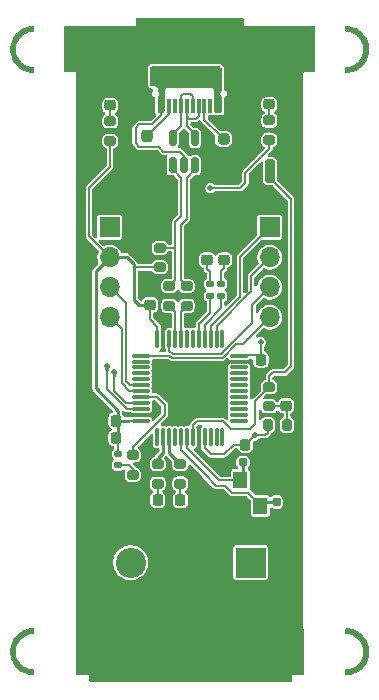
<source format=gbr>
%TF.GenerationSoftware,KiCad,Pcbnew,9.0.0*%
%TF.CreationDate,2025-05-07T16:38:21+03:00*%
%TF.ProjectId,Testing_USB-CAN,54657374-696e-4675-9f55-53422d43414e,rev?*%
%TF.SameCoordinates,Original*%
%TF.FileFunction,Copper,L1,Top*%
%TF.FilePolarity,Positive*%
%FSLAX46Y46*%
G04 Gerber Fmt 4.6, Leading zero omitted, Abs format (unit mm)*
G04 Created by KiCad (PCBNEW 9.0.0) date 2025-05-07 16:38:21*
%MOMM*%
%LPD*%
G01*
G04 APERTURE LIST*
G04 Aperture macros list*
%AMRoundRect*
0 Rectangle with rounded corners*
0 $1 Rounding radius*
0 $2 $3 $4 $5 $6 $7 $8 $9 X,Y pos of 4 corners*
0 Add a 4 corners polygon primitive as box body*
4,1,4,$2,$3,$4,$5,$6,$7,$8,$9,$2,$3,0*
0 Add four circle primitives for the rounded corners*
1,1,$1+$1,$2,$3*
1,1,$1+$1,$4,$5*
1,1,$1+$1,$6,$7*
1,1,$1+$1,$8,$9*
0 Add four rect primitives between the rounded corners*
20,1,$1+$1,$2,$3,$4,$5,0*
20,1,$1+$1,$4,$5,$6,$7,0*
20,1,$1+$1,$6,$7,$8,$9,0*
20,1,$1+$1,$8,$9,$2,$3,0*%
G04 Aperture macros list end*
%TA.AperFunction,SMDPad,CuDef*%
%ADD10RoundRect,0.225000X0.225000X0.250000X-0.225000X0.250000X-0.225000X-0.250000X0.225000X-0.250000X0*%
%TD*%
%TA.AperFunction,SMDPad,CuDef*%
%ADD11RoundRect,0.155000X0.212500X0.155000X-0.212500X0.155000X-0.212500X-0.155000X0.212500X-0.155000X0*%
%TD*%
%TA.AperFunction,SMDPad,CuDef*%
%ADD12RoundRect,0.225000X-0.225000X-0.250000X0.225000X-0.250000X0.225000X0.250000X-0.225000X0.250000X0*%
%TD*%
%TA.AperFunction,SMDPad,CuDef*%
%ADD13RoundRect,0.218750X-0.256250X0.218750X-0.256250X-0.218750X0.256250X-0.218750X0.256250X0.218750X0*%
%TD*%
%TA.AperFunction,SMDPad,CuDef*%
%ADD14RoundRect,0.218750X0.218750X0.256250X-0.218750X0.256250X-0.218750X-0.256250X0.218750X-0.256250X0*%
%TD*%
%TA.AperFunction,SMDPad,CuDef*%
%ADD15RoundRect,0.225000X0.250000X-0.225000X0.250000X0.225000X-0.250000X0.225000X-0.250000X-0.225000X0*%
%TD*%
%TA.AperFunction,ComponentPad*%
%ADD16R,2.550000X2.550000*%
%TD*%
%TA.AperFunction,ComponentPad*%
%ADD17C,2.550000*%
%TD*%
%TA.AperFunction,SMDPad,CuDef*%
%ADD18R,0.600000X1.160000*%
%TD*%
%TA.AperFunction,SMDPad,CuDef*%
%ADD19R,0.300000X1.160000*%
%TD*%
%TA.AperFunction,HeatsinkPad*%
%ADD20O,0.900000X2.000000*%
%TD*%
%TA.AperFunction,HeatsinkPad*%
%ADD21O,0.900000X1.700000*%
%TD*%
%TA.AperFunction,SMDPad,CuDef*%
%ADD22RoundRect,0.200000X0.275000X-0.200000X0.275000X0.200000X-0.275000X0.200000X-0.275000X-0.200000X0*%
%TD*%
%TA.AperFunction,SMDPad,CuDef*%
%ADD23RoundRect,0.200000X-0.275000X0.200000X-0.275000X-0.200000X0.275000X-0.200000X0.275000X0.200000X0*%
%TD*%
%TA.AperFunction,SMDPad,CuDef*%
%ADD24RoundRect,0.150000X-0.150000X0.512500X-0.150000X-0.512500X0.150000X-0.512500X0.150000X0.512500X0*%
%TD*%
%TA.AperFunction,SMDPad,CuDef*%
%ADD25RoundRect,0.135000X0.185000X-0.135000X0.185000X0.135000X-0.185000X0.135000X-0.185000X-0.135000X0*%
%TD*%
%TA.AperFunction,SMDPad,CuDef*%
%ADD26R,1.200000X1.400000*%
%TD*%
%TA.AperFunction,SMDPad,CuDef*%
%ADD27RoundRect,0.140000X-0.170000X0.140000X-0.170000X-0.140000X0.170000X-0.140000X0.170000X0.140000X0*%
%TD*%
%TA.AperFunction,SMDPad,CuDef*%
%ADD28RoundRect,0.237500X-0.237500X0.250000X-0.237500X-0.250000X0.237500X-0.250000X0.237500X0.250000X0*%
%TD*%
%TA.AperFunction,SMDPad,CuDef*%
%ADD29RoundRect,0.075000X0.075000X-0.662500X0.075000X0.662500X-0.075000X0.662500X-0.075000X-0.662500X0*%
%TD*%
%TA.AperFunction,SMDPad,CuDef*%
%ADD30RoundRect,0.075000X0.662500X-0.075000X0.662500X0.075000X-0.662500X0.075000X-0.662500X-0.075000X0*%
%TD*%
%TA.AperFunction,SMDPad,CuDef*%
%ADD31RoundRect,0.200000X0.200000X0.800000X-0.200000X0.800000X-0.200000X-0.800000X0.200000X-0.800000X0*%
%TD*%
%TA.AperFunction,SMDPad,CuDef*%
%ADD32RoundRect,0.155000X-0.155000X0.212500X-0.155000X-0.212500X0.155000X-0.212500X0.155000X0.212500X0*%
%TD*%
%TA.AperFunction,SMDPad,CuDef*%
%ADD33RoundRect,0.237500X-0.250000X-0.237500X0.250000X-0.237500X0.250000X0.237500X-0.250000X0.237500X0*%
%TD*%
%TA.AperFunction,SMDPad,CuDef*%
%ADD34RoundRect,0.200000X-0.200000X-0.275000X0.200000X-0.275000X0.200000X0.275000X-0.200000X0.275000X0*%
%TD*%
%TA.AperFunction,SMDPad,CuDef*%
%ADD35RoundRect,0.218750X-0.218750X-0.256250X0.218750X-0.256250X0.218750X0.256250X-0.218750X0.256250X0*%
%TD*%
%TA.AperFunction,ComponentPad*%
%ADD36R,1.700000X1.700000*%
%TD*%
%TA.AperFunction,ComponentPad*%
%ADD37O,1.700000X1.700000*%
%TD*%
%TA.AperFunction,ViaPad*%
%ADD38C,0.500000*%
%TD*%
%TA.AperFunction,Conductor*%
%ADD39C,0.200000*%
%TD*%
%TA.AperFunction,Conductor*%
%ADD40C,0.150000*%
%TD*%
%TA.AperFunction,Conductor*%
%ADD41C,0.250000*%
%TD*%
%TA.AperFunction,Conductor*%
%ADD42C,0.100000*%
%TD*%
G04 APERTURE END LIST*
D10*
%TO.P,C42,1*%
%TO.N,+3.3V*%
X120595000Y-122170000D03*
%TO.P,C42,2*%
%TO.N,GND*%
X119045000Y-122170000D03*
%TD*%
D11*
%TO.P,C70,1*%
%TO.N,GND*%
X132482499Y-124214999D03*
%TO.P,C70,2*%
%TO.N,/OSC_P*%
X131347499Y-124214999D03*
%TD*%
D12*
%TO.P,C41,1*%
%TO.N,+3.3V*%
X131555000Y-122740000D03*
%TO.P,C41,2*%
%TO.N,GND*%
X133105000Y-122740000D03*
%TD*%
D13*
%TO.P,D12,1,K*%
%TO.N,GND*%
X120110000Y-92442499D03*
%TO.P,D12,2,A*%
%TO.N,Net-(D12-A)*%
X120110000Y-94017501D03*
%TD*%
D14*
%TO.P,D18,1,K*%
%TO.N,GND*%
X127617500Y-127440000D03*
%TO.P,D18,2,A*%
%TO.N,Net-(D18-A)*%
X126042498Y-127440000D03*
%TD*%
D15*
%TO.P,C71,1*%
%TO.N,Net-(C71-Pad1)*%
X135012499Y-119460000D03*
%TO.P,C71,2*%
%TO.N,GND*%
X135012499Y-117910000D03*
%TD*%
D16*
%TO.P,J3,1,Pin_1*%
%TO.N,/CAN_N*%
X131990000Y-132732500D03*
D17*
%TO.P,J3,2,Pin_2*%
%TO.N,GND*%
X126910001Y-132732500D03*
%TO.P,J3,3,Pin_3*%
%TO.N,/CAN_P*%
X121830000Y-132732500D03*
%TD*%
D18*
%TO.P,J1,A1,GND*%
%TO.N,GND*%
X130030000Y-94085000D03*
%TO.P,J1,A4,VBUS*%
%TO.N,VDD*%
X129230000Y-94085000D03*
D19*
%TO.P,J1,A5,CC1*%
%TO.N,Net-(J1-CC1)*%
X128079999Y-94085000D03*
%TO.P,J1,A6,D+*%
%TO.N,/D_P*%
X127080000Y-94085000D03*
%TO.P,J1,A7,D-*%
%TO.N,/D_N*%
X126580000Y-94085000D03*
%TO.P,J1,A8,SBU1*%
%TO.N,unconnected-(J1-SBU1-PadA8)*%
X125580001Y-94085000D03*
D18*
%TO.P,J1,A9,VBUS*%
%TO.N,VDD*%
X124430000Y-94085000D03*
%TO.P,J1,A12,GND*%
%TO.N,GND*%
X123630000Y-94085000D03*
%TO.P,J1,B1,GND*%
X123630000Y-94085000D03*
%TO.P,J1,B4,VBUS*%
%TO.N,VDD*%
X124430000Y-94085000D03*
D19*
%TO.P,J1,B5,CC2*%
%TO.N,Net-(J1-CC2)*%
X125080000Y-94085000D03*
%TO.P,J1,B6,D+*%
%TO.N,/D_P*%
X126080000Y-94085000D03*
%TO.P,J1,B7,D-*%
%TO.N,/D_N*%
X127580000Y-94085000D03*
%TO.P,J1,B8,SBU2*%
%TO.N,unconnected-(J1-SBU2-PadB8)*%
X128580000Y-94085000D03*
D18*
%TO.P,J1,B9,VBUS*%
%TO.N,VDD*%
X129230000Y-94085000D03*
%TO.P,J1,B12,GND*%
%TO.N,GND*%
X130030000Y-94085000D03*
D20*
%TO.P,J1,S1,SHIELD*%
X131150000Y-93505000D03*
D21*
X131150000Y-89335000D03*
D20*
X122510000Y-93505000D03*
D21*
X122510000Y-89335000D03*
%TD*%
D22*
%TO.P,R25,1*%
%TO.N,+3.3V*%
X120110000Y-97020001D03*
%TO.P,R25,2*%
%TO.N,Net-(D12-A)*%
X120110000Y-95370001D03*
%TD*%
D23*
%TO.P,R31,1*%
%TO.N,/D0_N*%
X126570001Y-109335001D03*
%TO.P,R31,2*%
%TO.N,Net-(U2-PA11)*%
X126570001Y-110985001D03*
%TD*%
D12*
%TO.P,C28,1*%
%TO.N,+3.3V*%
X132855000Y-115550000D03*
%TO.P,C28,2*%
%TO.N,GND*%
X134405000Y-115550000D03*
%TD*%
D23*
%TO.P,R38,1*%
%TO.N,/D0_P*%
X125110000Y-109335000D03*
%TO.P,R38,2*%
%TO.N,Net-(U2-PA12)*%
X125110000Y-110985000D03*
%TD*%
D24*
%TO.P,U6,1,I/O1*%
%TO.N,/D_N*%
X127289999Y-96802500D03*
%TO.P,U6,2,GND*%
%TO.N,GND*%
X126340000Y-96802500D03*
%TO.P,U6,3,I/O2*%
%TO.N,/D_P*%
X125390001Y-96802500D03*
%TO.P,U6,4,I/O2*%
%TO.N,/D0_P*%
X125390001Y-99077500D03*
%TO.P,U6,5,VBUS*%
%TO.N,VDD*%
X126340000Y-99077500D03*
%TO.P,U6,6,I/O1*%
%TO.N,/D0_N*%
X127289999Y-99077500D03*
%TD*%
D25*
%TO.P,R41,1*%
%TO.N,/B*%
X128560000Y-110139999D03*
%TO.P,R41,2*%
%TO.N,Net-(D22-A)*%
X128560000Y-109120001D03*
%TD*%
D26*
%TO.P,Y2,1,1*%
%TO.N,/OSC_P*%
X131114999Y-125734999D03*
%TO.P,Y2,2,2*%
%TO.N,GND*%
X131114999Y-127934999D03*
%TO.P,Y2,3,3*%
%TO.N,/OSC_N*%
X132814999Y-127934999D03*
%TO.P,Y2,4,4*%
%TO.N,GND*%
X132814999Y-125734999D03*
%TD*%
D27*
%TO.P,J14,1,Pin_1*%
%TO.N,+3.3V*%
X120753750Y-123510000D03*
%TO.P,J14,2,Pin_2*%
%TO.N,Net-(J14-Pin_2)*%
X120753751Y-124470000D03*
%TO.P,J14,3,Pin_3*%
%TO.N,GND*%
X120753750Y-125430000D03*
%TD*%
D28*
%TO.P,R7,1*%
%TO.N,Net-(J1-CC2)*%
X123180000Y-96630000D03*
%TO.P,R7,2*%
%TO.N,GND*%
X123180000Y-98455000D03*
%TD*%
D23*
%TO.P,R28,1*%
%TO.N,/NRST*%
X133557500Y-117860000D03*
%TO.P,R28,2*%
%TO.N,Net-(C71-Pad1)*%
X133557500Y-119510000D03*
%TD*%
D10*
%TO.P,C45,1*%
%TO.N,+3.3V*%
X120595000Y-120710000D03*
%TO.P,C45,2*%
%TO.N,GND*%
X119045000Y-120710000D03*
%TD*%
D22*
%TO.P,R39,1*%
%TO.N,+3.3V*%
X124290000Y-107735000D03*
%TO.P,R39,2*%
%TO.N,/D0_P*%
X124290000Y-106085000D03*
%TD*%
D13*
%TO.P,D22,1,K*%
%TO.N,GND*%
X128290000Y-105532499D03*
%TO.P,D22,2,A*%
%TO.N,Net-(D22-A)*%
X128290000Y-107107501D03*
%TD*%
%TO.P,D20,1,K*%
%TO.N,GND*%
X133580000Y-92372499D03*
%TO.P,D20,2,A*%
%TO.N,Net-(D20-A)*%
X133580000Y-93947501D03*
%TD*%
%TO.P,D21,1,K*%
%TO.N,GND*%
X129750000Y-105532499D03*
%TO.P,D21,2,A*%
%TO.N,Net-(D21-A)*%
X129750000Y-107107501D03*
%TD*%
D29*
%TO.P,U2,1,VBAT*%
%TO.N,unconnected-(U2-VBAT-Pad1)*%
X124099999Y-122122500D03*
%TO.P,U2,2,PC13*%
%TO.N,/Run*%
X124599999Y-122122500D03*
%TO.P,U2,3,PC14*%
%TO.N,/Error*%
X125099999Y-122122500D03*
%TO.P,U2,4,PC15*%
%TO.N,unconnected-(U2-PC15-Pad4)*%
X125600000Y-122122500D03*
%TO.P,U2,5,PF0*%
%TO.N,/OSC_N*%
X126099999Y-122122500D03*
%TO.P,U2,6,PF1*%
%TO.N,/OSC_P*%
X126599999Y-122122500D03*
%TO.P,U2,7,NRST*%
%TO.N,/NRST*%
X127099999Y-122122500D03*
%TO.P,U2,8,VSSA*%
%TO.N,GND*%
X127599999Y-122122500D03*
%TO.P,U2,9,VDDA*%
%TO.N,+3.3V*%
X128099998Y-122122500D03*
%TO.P,U2,10,PA0*%
%TO.N,unconnected-(U2-PA0-Pad10)*%
X128599999Y-122122500D03*
%TO.P,U2,11,PA1*%
%TO.N,unconnected-(U2-PA1-Pad11)*%
X129099999Y-122122500D03*
%TO.P,U2,12,PA2*%
%TO.N,unconnected-(U2-PA2-Pad12)*%
X129599999Y-122122500D03*
D30*
%TO.P,U2,13,PA3*%
%TO.N,unconnected-(U2-PA3-Pad13)*%
X131012499Y-120710000D03*
%TO.P,U2,14,PA4*%
%TO.N,unconnected-(U2-PA4-Pad14)*%
X131012499Y-120210000D03*
%TO.P,U2,15,PA5*%
%TO.N,unconnected-(U2-PA5-Pad15)*%
X131012499Y-119710000D03*
%TO.P,U2,16,PA6*%
%TO.N,unconnected-(U2-PA6-Pad16)*%
X131012499Y-119209999D03*
%TO.P,U2,17,PA7*%
%TO.N,unconnected-(U2-PA7-Pad17)*%
X131012499Y-118710000D03*
%TO.P,U2,18,PB0*%
%TO.N,unconnected-(U2-PB0-Pad18)*%
X131012499Y-118210000D03*
%TO.P,U2,19,PB1*%
%TO.N,unconnected-(U2-PB1-Pad19)*%
X131012499Y-117710000D03*
%TO.P,U2,20,PB2*%
%TO.N,unconnected-(U2-PB2-Pad20)*%
X131012499Y-117210000D03*
%TO.P,U2,21,PB10*%
%TO.N,unconnected-(U2-PB10-Pad21)*%
X131012499Y-116710001D03*
%TO.P,U2,22,PB11*%
%TO.N,unconnected-(U2-PB11-Pad22)*%
X131012499Y-116210000D03*
%TO.P,U2,23,VSS*%
%TO.N,GND*%
X131012499Y-115710000D03*
%TO.P,U2,24,VDD*%
%TO.N,+3.3V*%
X131012499Y-115210000D03*
D29*
%TO.P,U2,25,PB12*%
%TO.N,unconnected-(U2-PB12-Pad25)*%
X129599999Y-113797500D03*
%TO.P,U2,26,PB13*%
%TO.N,/SCL*%
X129099999Y-113797500D03*
%TO.P,U2,27,PB14*%
%TO.N,/SDA*%
X128599999Y-113797500D03*
%TO.P,U2,28,PB15*%
%TO.N,/G*%
X128099998Y-113797500D03*
%TO.P,U2,29,PA8*%
%TO.N,/B*%
X127599999Y-113797500D03*
%TO.P,U2,30,PA9*%
%TO.N,unconnected-(U2-PA9-Pad30)*%
X127099999Y-113797500D03*
%TO.P,U2,31,PA10*%
%TO.N,unconnected-(U2-PA10-Pad31)*%
X126599999Y-113797500D03*
%TO.P,U2,32,PA11*%
%TO.N,Net-(U2-PA11)*%
X126099999Y-113797500D03*
%TO.P,U2,33,PA12*%
%TO.N,Net-(U2-PA12)*%
X125600000Y-113797500D03*
%TO.P,U2,34,PA13*%
%TO.N,/SWDIO*%
X125099999Y-113797500D03*
%TO.P,U2,35,VSS*%
%TO.N,GND*%
X124599999Y-113797500D03*
%TO.P,U2,36,VDDIO2*%
%TO.N,+3.3V*%
X124099999Y-113797500D03*
D30*
%TO.P,U2,37,PA14*%
%TO.N,/SWCLK*%
X122687499Y-115210000D03*
%TO.P,U2,38,PA15*%
%TO.N,unconnected-(U2-PA15-Pad38)*%
X122687499Y-115710000D03*
%TO.P,U2,39,PB3*%
%TO.N,unconnected-(U2-PB3-Pad39)*%
X122687499Y-116210000D03*
%TO.P,U2,40,PB4*%
%TO.N,unconnected-(U2-PB4-Pad40)*%
X122687499Y-116710001D03*
%TO.P,U2,41,PB5*%
%TO.N,unconnected-(U2-PB5-Pad41)*%
X122687499Y-117210000D03*
%TO.P,U2,42,PB6*%
%TO.N,/UART_TX*%
X122687499Y-117710000D03*
%TO.P,U2,43,PB7*%
%TO.N,/UART_RX*%
X122687499Y-118210000D03*
%TO.P,U2,44,BOOT0*%
%TO.N,/BOOT0*%
X122687499Y-118710000D03*
%TO.P,U2,45,PB8*%
%TO.N,/Rx*%
X122687499Y-119209999D03*
%TO.P,U2,46,PB9*%
%TO.N,/Tx*%
X122687499Y-119710000D03*
%TO.P,U2,47,VSS*%
%TO.N,GND*%
X122687499Y-120210000D03*
%TO.P,U2,48,VDD*%
%TO.N,+3.3V*%
X122687499Y-120710000D03*
%TD*%
D25*
%TO.P,R40,1*%
%TO.N,/G*%
X129500000Y-110139999D03*
%TO.P,R40,2*%
%TO.N,Net-(D21-A)*%
X129500000Y-109120001D03*
%TD*%
D22*
%TO.P,R50,1*%
%TO.N,+5V*%
X133580000Y-96955000D03*
%TO.P,R50,2*%
%TO.N,Net-(D20-A)*%
X133580000Y-95305000D03*
%TD*%
D31*
%TO.P,SW1,1,1*%
%TO.N,/NRST*%
X133640000Y-99580000D03*
%TO.P,SW1,2,2*%
%TO.N,GND*%
X129440000Y-99580000D03*
%TD*%
D23*
%TO.P,R49,1*%
%TO.N,/Run*%
X124120000Y-124405000D03*
%TO.P,R49,2*%
%TO.N,Net-(D19-A)*%
X124120000Y-126055000D03*
%TD*%
D32*
%TO.P,C49,1*%
%TO.N,GND*%
X134184999Y-126467499D03*
%TO.P,C49,2*%
%TO.N,/OSC_N*%
X134184999Y-127602499D03*
%TD*%
D33*
%TO.P,R4,1*%
%TO.N,Net-(J1-CC1)*%
X129697500Y-96870000D03*
%TO.P,R4,2*%
%TO.N,GND*%
X131522500Y-96870000D03*
%TD*%
D22*
%TO.P,R29,1*%
%TO.N,Net-(J14-Pin_2)*%
X122001250Y-125300001D03*
%TO.P,R29,2*%
%TO.N,/BOOT0*%
X122001250Y-123650001D03*
%TD*%
D15*
%TO.P,C21,1*%
%TO.N,+3.3V*%
X123460000Y-110915000D03*
%TO.P,C21,2*%
%TO.N,GND*%
X123460000Y-109365000D03*
%TD*%
D34*
%TO.P,R27,1*%
%TO.N,+3.3V*%
X133437500Y-121090000D03*
%TO.P,R27,2*%
%TO.N,Net-(C71-Pad1)*%
X135087500Y-121090000D03*
%TD*%
D23*
%TO.P,R48,1*%
%TO.N,/Error*%
X126039999Y-124395000D03*
%TO.P,R48,2*%
%TO.N,Net-(D18-A)*%
X126039999Y-126045000D03*
%TD*%
D35*
%TO.P,D19,1,K*%
%TO.N,GND*%
X122552500Y-127440000D03*
%TO.P,D19,2,A*%
%TO.N,Net-(D19-A)*%
X124127500Y-127440000D03*
%TD*%
D36*
%TO.P,J4,1,Pin_1*%
%TO.N,+5V*%
X120060000Y-104340000D03*
D37*
%TO.P,J4,2,Pin_2*%
%TO.N,+3.3V*%
X120060000Y-106880000D03*
%TO.P,J4,3,Pin_3*%
%TO.N,/UART_TX*%
X120060000Y-109420000D03*
%TO.P,J4,4,Pin_4*%
%TO.N,/UART_RX*%
X120060000Y-111960000D03*
%TD*%
D36*
%TO.P,J7,1,Pin_1*%
%TO.N,GND*%
X136160000Y-89290000D03*
%TD*%
%TO.P,J6,1,Pin_1*%
%TO.N,GND*%
X117530000Y-89280000D03*
%TD*%
%TO.P,J5,1,Pin_1*%
%TO.N,/SDA*%
X133600000Y-104340000D03*
D37*
%TO.P,J5,2,Pin_2*%
%TO.N,/SCL*%
X133600000Y-106880000D03*
%TO.P,J5,3,Pin_3*%
%TO.N,/SWDIO*%
X133600000Y-109420000D03*
%TO.P,J5,4,Pin_4*%
%TO.N,/SWCLK*%
X133600000Y-111960000D03*
%TD*%
D38*
%TO.N,GND*%
X135380000Y-99560000D03*
X118470000Y-125523611D03*
X135270000Y-132928333D03*
X129540000Y-128490000D03*
X128840000Y-102090000D03*
X118470000Y-124043333D03*
X121230000Y-90740000D03*
X127880000Y-123570000D03*
X118470000Y-129964444D03*
X130350000Y-98520000D03*
X130550000Y-123600000D03*
X121290000Y-94680000D03*
X135270000Y-141810000D03*
X129450000Y-137369167D03*
X118470000Y-134405278D03*
X118470000Y-135885556D03*
X125670000Y-115970000D03*
X118470000Y-95119167D03*
X124270000Y-140330555D03*
X118470000Y-99560000D03*
X127852500Y-89480000D03*
X127030000Y-108050000D03*
X135270000Y-131448055D03*
X121230000Y-89713335D03*
X124270000Y-141810833D03*
X118470000Y-140326389D03*
X129460000Y-132900000D03*
X124270000Y-132900000D03*
X135260000Y-117060000D03*
X124270000Y-138850277D03*
X135270000Y-128487500D03*
X135380000Y-96599445D03*
X118470000Y-118800000D03*
X132430000Y-89713335D03*
X121220000Y-87860000D03*
X125157500Y-87740000D03*
X121230000Y-88686667D03*
X124270000Y-135889722D03*
X129440000Y-131460278D03*
X123810000Y-89480000D03*
X130350000Y-100390000D03*
X129450000Y-138849444D03*
X118470000Y-131444722D03*
X129480000Y-119130000D03*
X135270000Y-134408611D03*
X122410000Y-101810000D03*
X124270000Y-137370000D03*
X124380000Y-115950000D03*
X132420000Y-87860000D03*
X129440000Y-134450000D03*
X123860000Y-120200000D03*
X127000000Y-104970000D03*
X135270000Y-138849444D03*
X135270000Y-135888889D03*
X120670000Y-127009722D03*
X124250000Y-134450000D03*
X118470000Y-96599445D03*
X129450000Y-140329722D03*
X118470000Y-132925000D03*
X124250000Y-131460278D03*
X125980000Y-134450000D03*
X129200000Y-89480000D03*
X129450000Y-135888889D03*
X135270000Y-129967777D03*
X118470000Y-141806667D03*
X120670000Y-128490000D03*
X126505000Y-89480000D03*
X129450000Y-141810000D03*
X118470000Y-138846111D03*
X129540000Y-127009722D03*
X135380000Y-95119167D03*
X132430000Y-88686667D03*
X127710000Y-134450000D03*
X131150000Y-103320000D03*
X126505000Y-87740000D03*
X122390000Y-100710000D03*
X132110000Y-93440000D03*
X135270000Y-140329722D03*
X135270000Y-127007222D03*
X128850000Y-103330000D03*
X125157500Y-89480000D03*
X128860000Y-119570000D03*
X135270000Y-137369167D03*
X134570000Y-114100000D03*
X129480000Y-120090000D03*
X132430000Y-90740000D03*
X118470000Y-128484167D03*
X118470000Y-98079722D03*
X127000000Y-106240000D03*
X131150000Y-102090000D03*
X123810000Y-87740000D03*
X135270000Y-125526944D03*
X121290000Y-96200000D03*
X135270000Y-124046666D03*
X132110000Y-95100000D03*
X127852500Y-87740000D03*
X118470000Y-127003889D03*
X135380000Y-98079722D03*
X129200000Y-87740000D03*
X121270000Y-93290000D03*
X118470000Y-137365834D03*
%TO.N,+3.3V*%
X132370000Y-121953000D03*
X132850000Y-114060000D03*
%TO.N,VDD*%
X126510000Y-91610000D03*
X124713333Y-91610000D03*
X129205000Y-91610000D03*
X125611667Y-91610000D03*
X127408333Y-91610000D03*
X128306667Y-91610000D03*
X123815000Y-91610000D03*
%TO.N,+5V*%
X128590000Y-101020000D03*
%TO.N,/Tx*%
X119860000Y-116110000D03*
%TO.N,/Rx*%
X120460000Y-116600000D03*
%TD*%
D39*
%TO.N,GND*%
X123470000Y-109335000D02*
X123460000Y-109345000D01*
D40*
%TO.N,+3.3V*%
X118300000Y-101010000D02*
X120100000Y-99210000D01*
D41*
X120760000Y-120875000D02*
X120595000Y-120710000D01*
D39*
X120800000Y-120710000D02*
X120432500Y-121077500D01*
X130540000Y-122740000D02*
X131395000Y-122740000D01*
D41*
X121530000Y-106880000D02*
X122140000Y-107490000D01*
D39*
X131395000Y-122740000D02*
X131545000Y-122890000D01*
D41*
X122140000Y-107490000D02*
X122140000Y-110510000D01*
D39*
X123460000Y-112110000D02*
X123460000Y-110915000D01*
X128640000Y-123550000D02*
X129730000Y-123550000D01*
D40*
X133437500Y-121090000D02*
X133437500Y-121742500D01*
X133227000Y-121953000D02*
X132370000Y-121953000D01*
D39*
X131032499Y-115190000D02*
X132150000Y-115190000D01*
D41*
X120760000Y-121513750D02*
X120760000Y-120875000D01*
D39*
X120753750Y-121036250D02*
X121080000Y-120710000D01*
D41*
X120060000Y-106880000D02*
X121530000Y-106880000D01*
X120753750Y-121853750D02*
X120760000Y-121847500D01*
D40*
X118300000Y-105120000D02*
X118300000Y-101010000D01*
D39*
X120753750Y-123510000D02*
X120753750Y-122960000D01*
D40*
X122155000Y-107735000D02*
X122140000Y-107750000D01*
D39*
X128099998Y-123009998D02*
X128640000Y-123550000D01*
X129730000Y-123550000D02*
X130540000Y-122740000D01*
X128099998Y-122122500D02*
X128099998Y-123009998D01*
D41*
X120760000Y-119870000D02*
X118884000Y-117994000D01*
D40*
X120100000Y-99210000D02*
X120100000Y-96650001D01*
D39*
X132475000Y-115190000D02*
X132855000Y-115570000D01*
X132150000Y-115190000D02*
X132475000Y-115190000D01*
X132150000Y-115190000D02*
X133050000Y-115190000D01*
D40*
X120060000Y-106880000D02*
X118300000Y-105120000D01*
D41*
X118884000Y-117994000D02*
X118884000Y-108056000D01*
D39*
X131555000Y-122768000D02*
X131555000Y-122810000D01*
D41*
X118884000Y-108056000D02*
X120060000Y-106880000D01*
D39*
X120753750Y-122328750D02*
X120595000Y-122170000D01*
D40*
X124290000Y-107735000D02*
X122155000Y-107735000D01*
X124320000Y-107745000D02*
X124290000Y-107775000D01*
D39*
X120753750Y-122960000D02*
X120753750Y-122328750D01*
D40*
X133437500Y-121742500D02*
X133227000Y-121953000D01*
D39*
X124099999Y-113797500D02*
X124099999Y-112749999D01*
D41*
X121710000Y-120710000D02*
X120595000Y-120710000D01*
D40*
X133437500Y-121090000D02*
X133370000Y-121090000D01*
D39*
X124099999Y-112749999D02*
X123460000Y-112110000D01*
D41*
X120760000Y-121847500D02*
X120760000Y-119870000D01*
D39*
X122687499Y-120710000D02*
X121710000Y-120710000D01*
D41*
X122545000Y-110915000D02*
X123460000Y-110915000D01*
D39*
X131012499Y-115210000D02*
X131032499Y-115190000D01*
X121080000Y-120710000D02*
X120800000Y-120710000D01*
X132370000Y-121953000D02*
X131555000Y-122768000D01*
X121710000Y-120710000D02*
X121080000Y-120710000D01*
X132850000Y-114060000D02*
X132850000Y-115215000D01*
D41*
X122140000Y-110510000D02*
X122545000Y-110915000D01*
D40*
X131620000Y-122840000D02*
X131620000Y-122890000D01*
%TO.N,VDD*%
X123660000Y-95630000D02*
X124430000Y-94860000D01*
D42*
X124545000Y-93970000D02*
X124430000Y-94085000D01*
D40*
X126010000Y-97940000D02*
X124610000Y-97940000D01*
X124200000Y-97530000D02*
X122580000Y-97530000D01*
D42*
X129230000Y-94085000D02*
X129115000Y-93970000D01*
D40*
X126340000Y-99077500D02*
X126340000Y-98270000D01*
X126340000Y-98270000D02*
X126010000Y-97940000D01*
X122580000Y-97530000D02*
X122250000Y-97200000D01*
X124610000Y-97940000D02*
X124200000Y-97530000D01*
X124430000Y-94860000D02*
X124430000Y-94085000D01*
X122250000Y-95930000D02*
X122550000Y-95630000D01*
X122250000Y-97200000D02*
X122250000Y-95930000D01*
X122550000Y-95630000D02*
X123660000Y-95630000D01*
%TO.N,+5V*%
X131540000Y-99710000D02*
X133570000Y-97680000D01*
X133570000Y-97680000D02*
X133570000Y-96560000D01*
X128590000Y-101020000D02*
X131100000Y-101020000D01*
X131100000Y-101020000D02*
X131540000Y-100580000D01*
X131540000Y-100580000D02*
X131540000Y-99710000D01*
D39*
%TO.N,/OSC_N*%
X129850000Y-126210000D02*
X130444999Y-126804999D01*
X126099999Y-123229999D02*
X128225001Y-125355001D01*
X128135000Y-125265000D02*
X129080000Y-126210000D01*
X126099999Y-122122500D02*
X126099999Y-123229999D01*
X131795999Y-126804999D02*
X132814999Y-127823999D01*
D41*
X133147499Y-127602499D02*
X132814999Y-127934999D01*
D39*
X132814999Y-127823999D02*
X132814999Y-127934999D01*
D41*
X134184999Y-127602499D02*
X133147499Y-127602499D01*
D39*
X129080000Y-126210000D02*
X129850000Y-126210000D01*
X130444999Y-126804999D02*
X131795999Y-126804999D01*
%TO.N,/OSC_P*%
X128276544Y-124723456D02*
X129313086Y-125759998D01*
D41*
X131347499Y-124214999D02*
X131347499Y-125502499D01*
D39*
X126599999Y-122122500D02*
X126599999Y-123046911D01*
X131090000Y-125759998D02*
X131114999Y-125734999D01*
X126599999Y-123046911D02*
X128458087Y-124904999D01*
X129313086Y-125759998D02*
X131090000Y-125759998D01*
D41*
X131347499Y-125502499D02*
X131114999Y-125734999D01*
D40*
%TO.N,Net-(C71-Pad1)*%
X135087500Y-121090000D02*
X135087500Y-119535000D01*
D39*
X133607500Y-119460000D02*
X133557500Y-119510000D01*
D40*
X135012500Y-119460000D02*
X133607500Y-119460000D01*
D39*
X135087500Y-119535000D02*
X135012500Y-119460000D01*
D40*
%TO.N,Net-(D12-A)*%
X120110000Y-95370001D02*
X120110000Y-94017501D01*
%TO.N,Net-(D18-A)*%
X126042498Y-127440000D02*
X126042498Y-126047499D01*
X126042498Y-126047499D02*
X126039999Y-126045000D01*
%TO.N,Net-(D19-A)*%
X124127500Y-126062500D02*
X124120000Y-126055000D01*
X124127500Y-127440000D02*
X124127500Y-126062500D01*
D39*
%TO.N,/D_N*%
X126580000Y-94094999D02*
X126580000Y-95498198D01*
X126580000Y-94094999D02*
X126580000Y-94926999D01*
X126580000Y-94926999D02*
X126793000Y-95139999D01*
X126793000Y-95139999D02*
X127367000Y-95139999D01*
X127367000Y-95139999D02*
X127580000Y-94926999D01*
X127580000Y-94926999D02*
X127580000Y-94090000D01*
X127289999Y-96440000D02*
X126580000Y-95730001D01*
X126580000Y-95730001D02*
X126580000Y-95498198D01*
%TO.N,Net-(J1-CC1)*%
X129457500Y-96630000D02*
X129525000Y-96630000D01*
X128079999Y-94085000D02*
X128079999Y-95252499D01*
X128079999Y-95252499D02*
X129457500Y-96630000D01*
%TO.N,Net-(J1-CC2)*%
X125080000Y-94085000D02*
X125080000Y-94792500D01*
X125080000Y-94792500D02*
X123252500Y-96620000D01*
%TO.N,/D_P*%
X126293000Y-93045000D02*
X126080000Y-93258000D01*
X127080000Y-94090000D02*
X127080000Y-93258000D01*
X126080000Y-93258000D02*
X126080000Y-95361802D01*
X127080000Y-93258000D02*
X126867000Y-93045000D01*
X126080000Y-95361802D02*
X126076802Y-95365000D01*
X126867000Y-93045000D02*
X126293000Y-93045000D01*
X125390001Y-96440000D02*
X126076802Y-95753199D01*
X126076802Y-95753199D02*
X126076802Y-95365000D01*
D40*
%TO.N,/SWDIO*%
X125099999Y-114796847D02*
X125415152Y-115112000D01*
X129498000Y-115112000D02*
X132130000Y-112480000D01*
X132130000Y-110890000D02*
X133600000Y-109420000D01*
X125415152Y-115112000D02*
X129498000Y-115112000D01*
X125099999Y-113797500D02*
X125099999Y-114796847D01*
X132130000Y-112480000D02*
X132130000Y-110890000D01*
%TO.N,/SWCLK*%
X125120000Y-115210000D02*
X125300000Y-115390000D01*
D42*
X132962440Y-111960000D02*
X133600000Y-111960000D01*
D40*
X131350000Y-114210000D02*
X133600000Y-111960000D01*
X122687499Y-115210000D02*
X125120000Y-115210000D01*
X125300000Y-115390000D02*
X129610000Y-115390000D01*
X129610000Y-115390000D02*
X130790000Y-114210000D01*
X130790000Y-114210000D02*
X131350000Y-114210000D01*
D39*
%TO.N,Net-(J14-Pin_2)*%
X122001250Y-125300001D02*
X122001250Y-124805001D01*
X122001250Y-124805001D02*
X121666249Y-124470000D01*
X121666249Y-124470000D02*
X120753751Y-124470000D01*
D40*
%TO.N,/NRST*%
X127430000Y-120780000D02*
X127099999Y-121110001D01*
X135420000Y-101960000D02*
X133640000Y-100180000D01*
X132400000Y-120980000D02*
X131960000Y-121420000D01*
X130290000Y-121420000D02*
X129650000Y-120780000D01*
X133557500Y-117860000D02*
X133557500Y-116932500D01*
X129650000Y-120780000D02*
X127430000Y-120780000D01*
X135420000Y-116110000D02*
X135420000Y-101960000D01*
X131960000Y-121420000D02*
X130290000Y-121420000D01*
X133640000Y-100180000D02*
X133640000Y-99580000D01*
X133850000Y-116640000D02*
X134890000Y-116640000D01*
X133557500Y-116932500D02*
X133850000Y-116640000D01*
X127099999Y-121110001D02*
X127099999Y-122122500D01*
X134890000Y-116640000D02*
X135420000Y-116110000D01*
X133557500Y-117860000D02*
X132400000Y-119017500D01*
X132400000Y-119017500D02*
X132400000Y-120980000D01*
D39*
%TO.N,/BOOT0*%
X124710000Y-120241175D02*
X124710000Y-119360000D01*
X122001250Y-122949925D02*
X124710000Y-120241175D01*
X124710000Y-119360000D02*
X124060000Y-118710000D01*
X124060000Y-118710000D02*
X122687499Y-118710000D01*
X122001250Y-123650001D02*
X122001250Y-122949925D01*
D40*
%TO.N,/Tx*%
X122687499Y-119710000D02*
X121490000Y-119710000D01*
X121490000Y-119710000D02*
X119860000Y-118080000D01*
X119860000Y-118080000D02*
X119860000Y-116110000D01*
%TO.N,/Rx*%
X122687499Y-119209999D02*
X121469999Y-119209999D01*
X121469999Y-119209999D02*
X120460000Y-118200000D01*
X120460000Y-118200000D02*
X120460000Y-116600000D01*
D41*
%TO.N,/Error*%
X125099999Y-123469999D02*
X126025000Y-124395000D01*
X125099999Y-122122500D02*
X125099999Y-123469999D01*
X126025000Y-124395000D02*
X126039999Y-124395000D01*
%TO.N,/Run*%
X124599999Y-123420001D02*
X124599999Y-122122500D01*
X124120000Y-124405000D02*
X124120000Y-123900000D01*
X124120000Y-123900000D02*
X124599999Y-123420001D01*
D39*
%TO.N,/D0_P*%
X125614999Y-106110000D02*
X125614999Y-103926803D01*
D40*
X124330000Y-106085000D02*
X125589999Y-106085000D01*
D39*
X126115000Y-100164999D02*
X126115000Y-101450000D01*
X126115000Y-101300000D02*
X126115000Y-103426802D01*
X126115000Y-103426802D02*
X125614999Y-103926803D01*
X125110000Y-109335000D02*
X125614999Y-108830001D01*
X126115000Y-101300000D02*
X126115000Y-101450000D01*
X126115000Y-100663658D02*
X126115000Y-101300000D01*
D40*
X124320000Y-106095000D02*
X124330000Y-106085000D01*
D39*
X125614999Y-108830001D02*
X125614999Y-106110000D01*
D40*
X125589999Y-106085000D02*
X125614999Y-106110000D01*
D39*
X125390001Y-99440000D02*
X126115000Y-100164999D01*
X125390001Y-99077500D02*
X125390001Y-99440000D01*
%TO.N,/D0_N*%
X126565000Y-100164999D02*
X126565000Y-101450000D01*
X126565000Y-101450000D02*
X126565000Y-103613198D01*
X127289999Y-99077500D02*
X127289999Y-99440000D01*
X126565000Y-103613198D02*
X126065001Y-104113197D01*
X127289999Y-99440000D02*
X126565000Y-100164999D01*
X126065001Y-108830001D02*
X126570001Y-109335001D01*
X126565000Y-100663658D02*
X126565000Y-101450000D01*
X126065001Y-104113197D02*
X126065001Y-108830001D01*
%TO.N,Net-(D20-A)*%
X133580000Y-93947501D02*
X133580000Y-95425000D01*
%TO.N,/UART_RX*%
X121060000Y-117550000D02*
X121060000Y-112960000D01*
X121060000Y-112960000D02*
X120060000Y-111960000D01*
X122687499Y-118210000D02*
X121720000Y-118210000D01*
X121720000Y-118210000D02*
X121060000Y-117550000D01*
%TO.N,/UART_TX*%
X122687499Y-117710000D02*
X121740000Y-117710000D01*
X121740000Y-117710000D02*
X121420000Y-117390000D01*
X121420000Y-117390000D02*
X121420000Y-110780000D01*
X121420000Y-110780000D02*
X120060000Y-109420000D01*
D40*
%TO.N,/G*%
X128099998Y-113797500D02*
X128099998Y-112590002D01*
X129500000Y-110760000D02*
X129500000Y-110139999D01*
X129500000Y-111190000D02*
X129500000Y-110760000D01*
X128099998Y-112590002D02*
X129500000Y-111190000D01*
%TO.N,/B*%
X128560000Y-111590000D02*
X128560000Y-111160000D01*
X127599999Y-113797500D02*
X127599999Y-112550001D01*
X127599999Y-112550001D02*
X128560000Y-111590000D01*
X128560000Y-111160000D02*
X128560000Y-110139999D01*
%TO.N,Net-(D21-A)*%
X129750000Y-107107501D02*
X129750000Y-107820000D01*
X129500000Y-108070000D02*
X129500000Y-109120001D01*
X129750000Y-107820000D02*
X129500000Y-108070000D01*
%TO.N,Net-(D22-A)*%
X128560000Y-108120000D02*
X128560000Y-109120001D01*
X128290000Y-107107501D02*
X128290000Y-107850000D01*
X128290000Y-107850000D02*
X128560000Y-108120000D01*
%TO.N,/SDA*%
X131070000Y-106870000D02*
X133600000Y-104340000D01*
X131070000Y-110250000D02*
X131070000Y-106870000D01*
X128599999Y-113797500D02*
X128599999Y-112720001D01*
X128599999Y-112720001D02*
X131070000Y-110250000D01*
%TO.N,/SCL*%
X129099999Y-112720001D02*
X132040000Y-109780000D01*
X132040000Y-108440000D02*
X133600000Y-106880000D01*
X129099999Y-113797500D02*
X129099999Y-112720001D01*
X132040000Y-109780000D02*
X132040000Y-108440000D01*
D39*
%TO.N,Net-(U2-PA11)*%
X126090000Y-113787501D02*
X126090000Y-112740026D01*
X126099999Y-113797500D02*
X126090000Y-113787501D01*
X126090000Y-111490000D02*
X126090000Y-112734051D01*
X126570001Y-111009999D02*
X126090000Y-111490000D01*
%TO.N,Net-(U2-PA12)*%
X125615000Y-113782500D02*
X125615000Y-111490000D01*
X125600000Y-113797500D02*
X125615000Y-113782500D01*
X125615000Y-111490000D02*
X125110000Y-110985000D01*
%TD*%
%TA.AperFunction,Conductor*%
%TO.N,GND*%
G36*
X131352539Y-86649685D02*
G01*
X131398294Y-86702489D01*
X131409500Y-86754000D01*
X131409500Y-87280207D01*
X131409793Y-87280500D01*
X131420000Y-87280500D01*
X131420000Y-87440000D01*
X122240000Y-87440000D01*
X122240000Y-87291859D01*
X122249694Y-87282149D01*
X122250500Y-87280206D01*
X122250500Y-86754000D01*
X122270185Y-86686961D01*
X122322989Y-86641206D01*
X122374500Y-86630000D01*
X131285500Y-86630000D01*
X131352539Y-86649685D01*
G37*
%TD.AperFunction*%
%TD*%
%TA.AperFunction,Conductor*%
%TO.N,GND*%
G36*
X123951206Y-119030185D02*
G01*
X123971848Y-119046819D01*
X124373181Y-119448152D01*
X124406666Y-119509475D01*
X124409500Y-119535833D01*
X124409500Y-120065341D01*
X124389815Y-120132380D01*
X124373181Y-120153022D01*
X123837140Y-120689063D01*
X123775817Y-120722548D01*
X123706125Y-120717564D01*
X123650192Y-120675692D01*
X123626056Y-120613534D01*
X123625498Y-120607872D01*
X123625498Y-120607868D01*
X123609514Y-120527505D01*
X123589308Y-120497266D01*
X123548623Y-120436375D01*
X123486743Y-120395029D01*
X123457494Y-120375485D01*
X123457492Y-120375484D01*
X123457489Y-120375483D01*
X123377135Y-120359500D01*
X121997869Y-120359500D01*
X121917502Y-120375485D01*
X121917501Y-120375486D01*
X121907458Y-120382197D01*
X121880355Y-120390682D01*
X121854343Y-120402086D01*
X121845772Y-120401509D01*
X121840780Y-120403073D01*
X121831612Y-120400557D01*
X121806477Y-120398868D01*
X121752854Y-120384500D01*
X121752853Y-120384500D01*
X121335068Y-120384500D01*
X121332382Y-120383711D01*
X121329665Y-120384382D01*
X121299059Y-120373926D01*
X121268029Y-120364815D01*
X121266196Y-120362700D01*
X121263547Y-120361795D01*
X121224583Y-120316795D01*
X121222208Y-120312133D01*
X121168528Y-120206780D01*
X121168524Y-120206776D01*
X121168523Y-120206774D01*
X121121819Y-120160070D01*
X121107115Y-120133142D01*
X121090523Y-120107324D01*
X121089631Y-120101123D01*
X121088334Y-120098747D01*
X121085500Y-120072389D01*
X121085500Y-119994478D01*
X121105185Y-119927439D01*
X121157989Y-119881684D01*
X121227147Y-119871740D01*
X121290703Y-119900765D01*
X121297182Y-119906798D01*
X121333941Y-119943557D01*
X121363595Y-119955839D01*
X121363597Y-119955841D01*
X121363598Y-119955841D01*
X121368299Y-119957788D01*
X121435200Y-119985500D01*
X121791568Y-119985500D01*
X121817794Y-119993200D01*
X121844793Y-119997504D01*
X121850834Y-120002902D01*
X121858607Y-120005185D01*
X121860460Y-120006399D01*
X121917503Y-120044515D01*
X121917505Y-120044516D01*
X121981529Y-120057250D01*
X121997866Y-120060500D01*
X123377131Y-120060499D01*
X123457494Y-120044515D01*
X123548623Y-119983624D01*
X123609514Y-119892495D01*
X123625499Y-119812133D01*
X123625498Y-119607868D01*
X123609514Y-119527505D01*
X123609512Y-119527502D01*
X123604840Y-119516222D01*
X123606284Y-119515623D01*
X123589561Y-119462213D01*
X123605515Y-119404055D01*
X123604841Y-119403776D01*
X123607063Y-119398410D01*
X123608045Y-119394833D01*
X123609453Y-119392642D01*
X123609515Y-119392492D01*
X123619087Y-119344364D01*
X123625499Y-119312132D01*
X123625498Y-119134500D01*
X123628048Y-119125814D01*
X123626760Y-119116853D01*
X123637737Y-119092815D01*
X123645182Y-119067461D01*
X123652024Y-119061532D01*
X123655785Y-119053297D01*
X123678016Y-119039010D01*
X123697986Y-119021706D01*
X123708501Y-119019418D01*
X123714563Y-119015523D01*
X123749498Y-119010500D01*
X123884167Y-119010500D01*
X123951206Y-119030185D01*
G37*
%TD.AperFunction*%
%TA.AperFunction,Conductor*%
G36*
X136500000Y-91200000D02*
G01*
X136500707Y-91200000D01*
X136489679Y-91211029D01*
X136481028Y-91240510D01*
X136459417Y-91259242D01*
X136462234Y-91262059D01*
X136444500Y-91279792D01*
X136444500Y-138280207D01*
X136462234Y-138297941D01*
X136461475Y-138298699D01*
X136487051Y-138319309D01*
X136509116Y-138385604D01*
X136509195Y-138390008D01*
X136509874Y-142155478D01*
X136490202Y-142222521D01*
X136437406Y-142268285D01*
X136385874Y-142279500D01*
X135499792Y-142279500D01*
X135499500Y-142279792D01*
X135499500Y-142734239D01*
X135479815Y-142801278D01*
X135427011Y-142847033D01*
X135375308Y-142858239D01*
X118464308Y-142832006D01*
X118397299Y-142812217D01*
X118351626Y-142759342D01*
X118340500Y-142708006D01*
X118340500Y-142279793D01*
X118340207Y-142279500D01*
X118339793Y-142279500D01*
X118315193Y-142279500D01*
X118315068Y-142279525D01*
X117294121Y-142279525D01*
X117227082Y-142259840D01*
X117181327Y-142207036D01*
X117170121Y-142155503D01*
X117170800Y-138385842D01*
X117190497Y-138318806D01*
X117210944Y-138301094D01*
X117207766Y-138297916D01*
X117225206Y-138280475D01*
X117225207Y-138280475D01*
X117225500Y-138280182D01*
X117225500Y-132616370D01*
X120354500Y-132616370D01*
X120354500Y-132848629D01*
X120390831Y-133078014D01*
X120462601Y-133298900D01*
X120568039Y-133505831D01*
X120704551Y-133693724D01*
X120868776Y-133857949D01*
X121056669Y-133994461D01*
X121121017Y-134027248D01*
X121263599Y-134099898D01*
X121263601Y-134099898D01*
X121263604Y-134099900D01*
X121484486Y-134171669D01*
X121602668Y-134190386D01*
X121713871Y-134208000D01*
X121713876Y-134208000D01*
X121946129Y-134208000D01*
X122047502Y-134191943D01*
X122175514Y-134171669D01*
X122396396Y-134099900D01*
X122603331Y-133994461D01*
X122791224Y-133857949D01*
X122955449Y-133693724D01*
X123091961Y-133505831D01*
X123197400Y-133298896D01*
X123269169Y-133078014D01*
X123289443Y-132950002D01*
X123305500Y-132848629D01*
X123305500Y-132616370D01*
X123286232Y-132494722D01*
X123269169Y-132386986D01*
X123197400Y-132166104D01*
X123197398Y-132166101D01*
X123197398Y-132166099D01*
X123091960Y-131959168D01*
X122955449Y-131771276D01*
X122791224Y-131607051D01*
X122603331Y-131470539D01*
X122538974Y-131437747D01*
X130514500Y-131437747D01*
X130514500Y-134027252D01*
X130526131Y-134085729D01*
X130526132Y-134085730D01*
X130570447Y-134152052D01*
X130636769Y-134196367D01*
X130636770Y-134196368D01*
X130695247Y-134207999D01*
X130695250Y-134208000D01*
X130695252Y-134208000D01*
X133284750Y-134208000D01*
X133284751Y-134207999D01*
X133299568Y-134205052D01*
X133343229Y-134196368D01*
X133343229Y-134196367D01*
X133343231Y-134196367D01*
X133409552Y-134152052D01*
X133453867Y-134085731D01*
X133453867Y-134085729D01*
X133453868Y-134085729D01*
X133465499Y-134027252D01*
X133465500Y-134027250D01*
X133465500Y-131437749D01*
X133465499Y-131437747D01*
X133453868Y-131379270D01*
X133453867Y-131379269D01*
X133409552Y-131312947D01*
X133343230Y-131268632D01*
X133343229Y-131268631D01*
X133284752Y-131257000D01*
X133284748Y-131257000D01*
X130695252Y-131257000D01*
X130695247Y-131257000D01*
X130636770Y-131268631D01*
X130636769Y-131268632D01*
X130570447Y-131312947D01*
X130526132Y-131379269D01*
X130526131Y-131379270D01*
X130514500Y-131437747D01*
X122538974Y-131437747D01*
X122396400Y-131365101D01*
X122175514Y-131293331D01*
X121946129Y-131257000D01*
X121946124Y-131257000D01*
X121713876Y-131257000D01*
X121713871Y-131257000D01*
X121484485Y-131293331D01*
X121263599Y-131365101D01*
X121056668Y-131470539D01*
X120868773Y-131607053D01*
X120704553Y-131771273D01*
X120568039Y-131959168D01*
X120462601Y-132166099D01*
X120390831Y-132386985D01*
X120354500Y-132616370D01*
X117225500Y-132616370D01*
X117225500Y-100955200D01*
X118024500Y-100955200D01*
X118024500Y-105174800D01*
X118063200Y-105268229D01*
X118063201Y-105268230D01*
X118063202Y-105268234D01*
X118066442Y-105276056D01*
X118066442Y-105276057D01*
X119083279Y-106292894D01*
X119116764Y-106354217D01*
X119111780Y-106423909D01*
X119110159Y-106428027D01*
X119049872Y-106573574D01*
X119049868Y-106573587D01*
X119009500Y-106776530D01*
X119009500Y-106983469D01*
X119042497Y-107149354D01*
X119049870Y-107186420D01*
X119083032Y-107266481D01*
X119089448Y-107281969D01*
X119096917Y-107351438D01*
X119065642Y-107413918D01*
X119062568Y-107417103D01*
X118623537Y-107856135D01*
X118623535Y-107856138D01*
X118580682Y-107930359D01*
X118578573Y-107938231D01*
X118560399Y-108006058D01*
X118558500Y-108013147D01*
X118558500Y-117951147D01*
X118558500Y-118036853D01*
X118564299Y-118058495D01*
X118580682Y-118119640D01*
X118602108Y-118156750D01*
X118623535Y-118193862D01*
X119522488Y-119092815D01*
X120277260Y-119847586D01*
X120310745Y-119908909D01*
X120305761Y-119978601D01*
X120263889Y-120034534D01*
X120244840Y-120044419D01*
X120245570Y-120045851D01*
X120236876Y-120050280D01*
X120236874Y-120050281D01*
X120141754Y-120098747D01*
X120116778Y-120111473D01*
X120116774Y-120111476D01*
X120021476Y-120206774D01*
X120021473Y-120206778D01*
X119960279Y-120326878D01*
X119944500Y-120426506D01*
X119944500Y-120993493D01*
X119960279Y-121093121D01*
X119960280Y-121093124D01*
X119960281Y-121093126D01*
X120021472Y-121213220D01*
X120021473Y-121213221D01*
X120021476Y-121213225D01*
X120116774Y-121308523D01*
X120116776Y-121308524D01*
X120116780Y-121308528D01*
X120157970Y-121329515D01*
X120208766Y-121377490D01*
X120225561Y-121445311D01*
X120203023Y-121511446D01*
X120157971Y-121550484D01*
X120116780Y-121571472D01*
X120116779Y-121571473D01*
X120116774Y-121571476D01*
X120021476Y-121666774D01*
X120021473Y-121666778D01*
X119960279Y-121786878D01*
X119944500Y-121886506D01*
X119944500Y-122453493D01*
X119960279Y-122553121D01*
X119960280Y-122553124D01*
X119960281Y-122553126D01*
X120021472Y-122673220D01*
X120021473Y-122673221D01*
X120021476Y-122673225D01*
X120116774Y-122768523D01*
X120116778Y-122768526D01*
X120116780Y-122768528D01*
X120236874Y-122829719D01*
X120236876Y-122829719D01*
X120236878Y-122829720D01*
X120336508Y-122845500D01*
X120338972Y-122845694D01*
X120339854Y-122846030D01*
X120341324Y-122846263D01*
X120341275Y-122846571D01*
X120342819Y-122847160D01*
X120346897Y-122846574D01*
X120375197Y-122859498D01*
X120404262Y-122870574D01*
X120406706Y-122873887D01*
X120410453Y-122875599D01*
X120427272Y-122901770D01*
X120445736Y-122926803D01*
X120446637Y-122931903D01*
X120448227Y-122934377D01*
X120453250Y-122969312D01*
X120453250Y-122976155D01*
X120433565Y-123043194D01*
X120392987Y-123078643D01*
X120394323Y-123080551D01*
X120385435Y-123086774D01*
X120300526Y-123171683D01*
X120249777Y-123280514D01*
X120243250Y-123330097D01*
X120243250Y-123689894D01*
X120243251Y-123689900D01*
X120249778Y-123739487D01*
X120249779Y-123739489D01*
X120249779Y-123739490D01*
X120300526Y-123848316D01*
X120354529Y-123902319D01*
X120388014Y-123963642D01*
X120383030Y-124033334D01*
X120354530Y-124077681D01*
X120300526Y-124131685D01*
X120249778Y-124240514D01*
X120243251Y-124290097D01*
X120243251Y-124649894D01*
X120243252Y-124649900D01*
X120249779Y-124699487D01*
X120249780Y-124699489D01*
X120249780Y-124699490D01*
X120293714Y-124793705D01*
X120300527Y-124808316D01*
X120385435Y-124893224D01*
X120494264Y-124943972D01*
X120543850Y-124950500D01*
X120963651Y-124950499D01*
X121013238Y-124943972D01*
X121122067Y-124893224D01*
X121127207Y-124888083D01*
X121188525Y-124854599D01*
X121258217Y-124859581D01*
X121314152Y-124901450D01*
X121338572Y-124966913D01*
X121337362Y-124995161D01*
X121325750Y-125068481D01*
X121325750Y-125531518D01*
X121336542Y-125599658D01*
X121340604Y-125625305D01*
X121398200Y-125738343D01*
X121398202Y-125738345D01*
X121398204Y-125738348D01*
X121487902Y-125828046D01*
X121487904Y-125828047D01*
X121487908Y-125828051D01*
X121600944Y-125885646D01*
X121600948Y-125885648D01*
X121694725Y-125900500D01*
X121694731Y-125900501D01*
X122307768Y-125900500D01*
X122401554Y-125885647D01*
X122514592Y-125828051D01*
X122519168Y-125823475D01*
X123444500Y-125823475D01*
X123444500Y-126286517D01*
X123455292Y-126354657D01*
X123459354Y-126380304D01*
X123516950Y-126493342D01*
X123516952Y-126493344D01*
X123516954Y-126493347D01*
X123606652Y-126583045D01*
X123606654Y-126583046D01*
X123606658Y-126583050D01*
X123668598Y-126614610D01*
X123719393Y-126662584D01*
X123736188Y-126730405D01*
X123713651Y-126796540D01*
X123668600Y-126835577D01*
X123659251Y-126840340D01*
X123659243Y-126840346D01*
X123565346Y-126934243D01*
X123565343Y-126934248D01*
X123505047Y-127052582D01*
X123489500Y-127150748D01*
X123489500Y-127729251D01*
X123505047Y-127827417D01*
X123524364Y-127865329D01*
X123565342Y-127945751D01*
X123565344Y-127945753D01*
X123565346Y-127945756D01*
X123659243Y-128039653D01*
X123659245Y-128039654D01*
X123659249Y-128039658D01*
X123777580Y-128099951D01*
X123777581Y-128099951D01*
X123777583Y-128099952D01*
X123777582Y-128099952D01*
X123875749Y-128115500D01*
X123875754Y-128115500D01*
X124379251Y-128115500D01*
X124477417Y-128099952D01*
X124477418Y-128099951D01*
X124477420Y-128099951D01*
X124595751Y-128039658D01*
X124689658Y-127945751D01*
X124749951Y-127827420D01*
X124749951Y-127827418D01*
X124749952Y-127827417D01*
X124765500Y-127729251D01*
X124765500Y-127150748D01*
X124749952Y-127052582D01*
X124749951Y-127052580D01*
X124689658Y-126934249D01*
X124689654Y-126934245D01*
X124689653Y-126934243D01*
X124595756Y-126840346D01*
X124595751Y-126840342D01*
X124578900Y-126831756D01*
X124528105Y-126783780D01*
X124511311Y-126715959D01*
X124533850Y-126649824D01*
X124578899Y-126610789D01*
X124633342Y-126583050D01*
X124723050Y-126493342D01*
X124780646Y-126380304D01*
X124780646Y-126380302D01*
X124780647Y-126380301D01*
X124795499Y-126286524D01*
X124795500Y-126286519D01*
X124795499Y-125823482D01*
X124793914Y-125813475D01*
X125364499Y-125813475D01*
X125364499Y-126276517D01*
X125375291Y-126344657D01*
X125379353Y-126370304D01*
X125436949Y-126483342D01*
X125436951Y-126483344D01*
X125436953Y-126483347D01*
X125526651Y-126573045D01*
X125526655Y-126573048D01*
X125526657Y-126573050D01*
X125595908Y-126608335D01*
X125646704Y-126656310D01*
X125663499Y-126724131D01*
X125640961Y-126790266D01*
X125595910Y-126829304D01*
X125574247Y-126840342D01*
X125574241Y-126840346D01*
X125480344Y-126934243D01*
X125480341Y-126934248D01*
X125420045Y-127052582D01*
X125404498Y-127150748D01*
X125404498Y-127729251D01*
X125420045Y-127827417D01*
X125439362Y-127865329D01*
X125480340Y-127945751D01*
X125480342Y-127945753D01*
X125480344Y-127945756D01*
X125574241Y-128039653D01*
X125574243Y-128039654D01*
X125574247Y-128039658D01*
X125692578Y-128099951D01*
X125692579Y-128099951D01*
X125692581Y-128099952D01*
X125692580Y-128099952D01*
X125790747Y-128115500D01*
X125790752Y-128115500D01*
X126294249Y-128115500D01*
X126392415Y-128099952D01*
X126392416Y-128099951D01*
X126392418Y-128099951D01*
X126510749Y-128039658D01*
X126604656Y-127945751D01*
X126664949Y-127827420D01*
X126664949Y-127827418D01*
X126664950Y-127827417D01*
X126680498Y-127729251D01*
X126680498Y-127150748D01*
X126664950Y-127052582D01*
X126664949Y-127052580D01*
X126604656Y-126934249D01*
X126604652Y-126934245D01*
X126604651Y-126934243D01*
X126510754Y-126840346D01*
X126510750Y-126840343D01*
X126510749Y-126840342D01*
X126489086Y-126829304D01*
X126486586Y-126828030D01*
X126435790Y-126780055D01*
X126418996Y-126712234D01*
X126441534Y-126646099D01*
X126486583Y-126607064D01*
X126553341Y-126573050D01*
X126643049Y-126483342D01*
X126700645Y-126370304D01*
X126700645Y-126370302D01*
X126700646Y-126370301D01*
X126715498Y-126276524D01*
X126715499Y-126276519D01*
X126715498Y-125813482D01*
X126700645Y-125719696D01*
X126643049Y-125606658D01*
X126643045Y-125606654D01*
X126643044Y-125606652D01*
X126553346Y-125516954D01*
X126553343Y-125516952D01*
X126553341Y-125516950D01*
X126459929Y-125469354D01*
X126440300Y-125459352D01*
X126346523Y-125444500D01*
X125733481Y-125444500D01*
X125652518Y-125457323D01*
X125639695Y-125459354D01*
X125526657Y-125516950D01*
X125526656Y-125516951D01*
X125526651Y-125516954D01*
X125436953Y-125606652D01*
X125436950Y-125606657D01*
X125436949Y-125606658D01*
X125427449Y-125625303D01*
X125379351Y-125719698D01*
X125364499Y-125813475D01*
X124793914Y-125813475D01*
X124780646Y-125729696D01*
X124723050Y-125616658D01*
X124723046Y-125616654D01*
X124723045Y-125616652D01*
X124633347Y-125526954D01*
X124633344Y-125526952D01*
X124633342Y-125526950D01*
X124556517Y-125487805D01*
X124520301Y-125469352D01*
X124426524Y-125454500D01*
X123813482Y-125454500D01*
X123732519Y-125467323D01*
X123719696Y-125469354D01*
X123606658Y-125526950D01*
X123606657Y-125526951D01*
X123606652Y-125526954D01*
X123516954Y-125616652D01*
X123516951Y-125616657D01*
X123516950Y-125616658D01*
X123512544Y-125625305D01*
X123459352Y-125729698D01*
X123444500Y-125823475D01*
X122519168Y-125823475D01*
X122604300Y-125738343D01*
X122661896Y-125625305D01*
X122661896Y-125625303D01*
X122661897Y-125625302D01*
X122676749Y-125531525D01*
X122676750Y-125531520D01*
X122676749Y-125068483D01*
X122661896Y-124974697D01*
X122604300Y-124861659D01*
X122604296Y-124861655D01*
X122604295Y-124861653D01*
X122514597Y-124771955D01*
X122514594Y-124771953D01*
X122514592Y-124771951D01*
X122401554Y-124714355D01*
X122401552Y-124714354D01*
X122401551Y-124714354D01*
X122343684Y-124705188D01*
X122280550Y-124675258D01*
X122255697Y-124644716D01*
X122241710Y-124620490D01*
X122083401Y-124462181D01*
X122049916Y-124400858D01*
X122054900Y-124331166D01*
X122096772Y-124275233D01*
X122162236Y-124250816D01*
X122171082Y-124250500D01*
X122307767Y-124250500D01*
X122307768Y-124250500D01*
X122401554Y-124235647D01*
X122514592Y-124178051D01*
X122604300Y-124088343D01*
X122661896Y-123975305D01*
X122661896Y-123975303D01*
X122661897Y-123975302D01*
X122676749Y-123881525D01*
X122676750Y-123881520D01*
X122676749Y-123418483D01*
X122661896Y-123324697D01*
X122604300Y-123211659D01*
X122604296Y-123211655D01*
X122604295Y-123211653D01*
X122514597Y-123121955D01*
X122514593Y-123121952D01*
X122514592Y-123121951D01*
X122505778Y-123117460D01*
X122494156Y-123111538D01*
X122443360Y-123063563D01*
X122426566Y-122995742D01*
X122449104Y-122929607D01*
X122462765Y-122913379D01*
X123537820Y-121838324D01*
X123599141Y-121804841D01*
X123668833Y-121809825D01*
X123724766Y-121851697D01*
X123749183Y-121917161D01*
X123749499Y-121926007D01*
X123749499Y-122812129D01*
X123765484Y-122892495D01*
X123826374Y-122983624D01*
X123854313Y-123002292D01*
X123917504Y-123044515D01*
X123917507Y-123044515D01*
X123917508Y-123044516D01*
X123925497Y-123046105D01*
X123997866Y-123060500D01*
X124150498Y-123060499D01*
X124159184Y-123063049D01*
X124168146Y-123061761D01*
X124192183Y-123072738D01*
X124217538Y-123080183D01*
X124223466Y-123087025D01*
X124231702Y-123090786D01*
X124245988Y-123113017D01*
X124263293Y-123132987D01*
X124265580Y-123143502D01*
X124269476Y-123149564D01*
X124274499Y-123184499D01*
X124274499Y-123233812D01*
X124254814Y-123300851D01*
X124238180Y-123321493D01*
X123859537Y-123700135D01*
X123859530Y-123700144D01*
X123827423Y-123755755D01*
X123776856Y-123803970D01*
X123739435Y-123816227D01*
X123719700Y-123819352D01*
X123719699Y-123819352D01*
X123669381Y-123844991D01*
X123606658Y-123876950D01*
X123606657Y-123876951D01*
X123606652Y-123876954D01*
X123516954Y-123966652D01*
X123516951Y-123966657D01*
X123459352Y-124079698D01*
X123444500Y-124173475D01*
X123444500Y-124636517D01*
X123454473Y-124699487D01*
X123459354Y-124730304D01*
X123516950Y-124843342D01*
X123516952Y-124843344D01*
X123516954Y-124843347D01*
X123606652Y-124933045D01*
X123606654Y-124933046D01*
X123606658Y-124933050D01*
X123700072Y-124980647D01*
X123719698Y-124990647D01*
X123813475Y-125005499D01*
X123813481Y-125005500D01*
X124426518Y-125005499D01*
X124520304Y-124990646D01*
X124633342Y-124933050D01*
X124723050Y-124843342D01*
X124780646Y-124730304D01*
X124780646Y-124730302D01*
X124780647Y-124730301D01*
X124795499Y-124636524D01*
X124795500Y-124636519D01*
X124795499Y-124173482D01*
X124780646Y-124079696D01*
X124723050Y-123966658D01*
X124723046Y-123966654D01*
X124723045Y-123966652D01*
X124706040Y-123949647D01*
X124701701Y-123941701D01*
X124694454Y-123936276D01*
X124685219Y-123911516D01*
X124672555Y-123888324D01*
X124673200Y-123879294D01*
X124670037Y-123870812D01*
X124675653Y-123844991D01*
X124677539Y-123818632D01*
X124683357Y-123809578D01*
X124684889Y-123802539D01*
X124706037Y-123774288D01*
X124737320Y-123743005D01*
X124798641Y-123709522D01*
X124868333Y-123714506D01*
X124912680Y-123743007D01*
X125328180Y-124158507D01*
X125361665Y-124219830D01*
X125364499Y-124246188D01*
X125364499Y-124626517D01*
X125372219Y-124675258D01*
X125379353Y-124720304D01*
X125436949Y-124833342D01*
X125436951Y-124833344D01*
X125436953Y-124833347D01*
X125526651Y-124923045D01*
X125526653Y-124923046D01*
X125526657Y-124923050D01*
X125639693Y-124980645D01*
X125639697Y-124980647D01*
X125733474Y-124995499D01*
X125733480Y-124995500D01*
X126346517Y-124995499D01*
X126440303Y-124980646D01*
X126553341Y-124923050D01*
X126643049Y-124833342D01*
X126700645Y-124720304D01*
X126700645Y-124720302D01*
X126700646Y-124720301D01*
X126715498Y-124626524D01*
X126715499Y-124626519D01*
X126715498Y-124569830D01*
X126735181Y-124502793D01*
X126787985Y-124457037D01*
X126857143Y-124447093D01*
X126920699Y-124476117D01*
X126927179Y-124482150D01*
X127894540Y-125449511D01*
X128839540Y-126394511D01*
X128895489Y-126450460D01*
X128895491Y-126450461D01*
X128895495Y-126450464D01*
X128952451Y-126483347D01*
X128964011Y-126490021D01*
X129040438Y-126510500D01*
X129674167Y-126510500D01*
X129741206Y-126530185D01*
X129761848Y-126546819D01*
X130260488Y-127045459D01*
X130329011Y-127085021D01*
X130405437Y-127105499D01*
X131620166Y-127105499D01*
X131687205Y-127125184D01*
X131707847Y-127141818D01*
X131978180Y-127412151D01*
X132011665Y-127473474D01*
X132014499Y-127499832D01*
X132014499Y-128654751D01*
X132026130Y-128713228D01*
X132026131Y-128713229D01*
X132070446Y-128779551D01*
X132136768Y-128823866D01*
X132136769Y-128823867D01*
X132195246Y-128835498D01*
X132195249Y-128835499D01*
X132195251Y-128835499D01*
X133434749Y-128835499D01*
X133434750Y-128835498D01*
X133449567Y-128832551D01*
X133493228Y-128823867D01*
X133493228Y-128823866D01*
X133493230Y-128823866D01*
X133559551Y-128779551D01*
X133603866Y-128713230D01*
X133603866Y-128713228D01*
X133603867Y-128713228D01*
X133615498Y-128654751D01*
X133615499Y-128654749D01*
X133615499Y-128202615D01*
X133635184Y-128135576D01*
X133687988Y-128089821D01*
X133757146Y-128079877D01*
X133810767Y-128104364D01*
X133812205Y-128102351D01*
X133820568Y-128108322D01*
X133927156Y-128160431D01*
X133927157Y-128160431D01*
X133927159Y-128160432D01*
X133996257Y-128170499D01*
X133996263Y-128170499D01*
X134373735Y-128170499D01*
X134373741Y-128170499D01*
X134442839Y-128160432D01*
X134549428Y-128108323D01*
X134549429Y-128108322D01*
X134549431Y-128108321D01*
X134633321Y-128024431D01*
X134633322Y-128024429D01*
X134633323Y-128024428D01*
X134685432Y-127917839D01*
X134695499Y-127848741D01*
X134695499Y-127356257D01*
X134685432Y-127287159D01*
X134633323Y-127180570D01*
X134633322Y-127180569D01*
X134633322Y-127180568D01*
X134549429Y-127096675D01*
X134442841Y-127044566D01*
X134425564Y-127042049D01*
X134373741Y-127034499D01*
X133996257Y-127034499D01*
X133950191Y-127041210D01*
X133927156Y-127044566D01*
X133820568Y-127096675D01*
X133773433Y-127143810D01*
X133712110Y-127177294D01*
X133642418Y-127172309D01*
X133586485Y-127130438D01*
X133582667Y-127125042D01*
X133559551Y-127090447D01*
X133551430Y-127085020D01*
X133493229Y-127046131D01*
X133493228Y-127046130D01*
X133434751Y-127034499D01*
X133434747Y-127034499D01*
X132501832Y-127034499D01*
X132434793Y-127014814D01*
X132414151Y-126998180D01*
X131980511Y-126564540D01*
X131980506Y-126564536D01*
X131977497Y-126562799D01*
X131975465Y-126560668D01*
X131974059Y-126559589D01*
X131974227Y-126559369D01*
X131929283Y-126512231D01*
X131915499Y-126455413D01*
X131915499Y-125015248D01*
X131915498Y-125015246D01*
X131903867Y-124956769D01*
X131903866Y-124956768D01*
X131859551Y-124890447D01*
X131795005Y-124847318D01*
X131750201Y-124793705D01*
X131741494Y-124724380D01*
X131771649Y-124661353D01*
X131776197Y-124656553D01*
X131853323Y-124579428D01*
X131905432Y-124472839D01*
X131915499Y-124403741D01*
X131915499Y-124026257D01*
X131905432Y-123957159D01*
X131853323Y-123850570D01*
X131853322Y-123850569D01*
X131853322Y-123850568D01*
X131769429Y-123766675D01*
X131662841Y-123714566D01*
X131645564Y-123712049D01*
X131593741Y-123704499D01*
X131101257Y-123704499D01*
X131055191Y-123711210D01*
X131032156Y-123714566D01*
X130925568Y-123766675D01*
X130925567Y-123766677D01*
X130841677Y-123850567D01*
X130841675Y-123850568D01*
X130789566Y-123957156D01*
X130789566Y-123957159D01*
X130779499Y-124026257D01*
X130779499Y-124403741D01*
X130785815Y-124447093D01*
X130789566Y-124472841D01*
X130841675Y-124579429D01*
X130885064Y-124622818D01*
X130918549Y-124684141D01*
X130913565Y-124753833D01*
X130871693Y-124809766D01*
X130806229Y-124834183D01*
X130797383Y-124834499D01*
X130495246Y-124834499D01*
X130436769Y-124846130D01*
X130436768Y-124846131D01*
X130370446Y-124890446D01*
X130326131Y-124956768D01*
X130326130Y-124956769D01*
X130314499Y-125015246D01*
X130314499Y-125335498D01*
X130294814Y-125402537D01*
X130242010Y-125448292D01*
X130190499Y-125459498D01*
X129488919Y-125459498D01*
X129421880Y-125439813D01*
X129401238Y-125423179D01*
X127229737Y-123251678D01*
X127196252Y-123190355D01*
X127201236Y-123120663D01*
X127243108Y-123064730D01*
X127272263Y-123051734D01*
X127271209Y-123049189D01*
X127282489Y-123044515D01*
X127282494Y-123044515D01*
X127373623Y-122983624D01*
X127434514Y-122892495D01*
X127450499Y-122812133D01*
X127450498Y-121432868D01*
X127434514Y-121352505D01*
X127415987Y-121324778D01*
X127406500Y-121294481D01*
X127395405Y-121264732D01*
X127396134Y-121261378D01*
X127395109Y-121258103D01*
X127403507Y-121227485D01*
X127410257Y-121196459D01*
X127413036Y-121192745D01*
X127413592Y-121190722D01*
X127431400Y-121168214D01*
X127507798Y-121091816D01*
X127569120Y-121058334D01*
X127595477Y-121055500D01*
X127732887Y-121055500D01*
X127799926Y-121075185D01*
X127845681Y-121127989D01*
X127855625Y-121197147D01*
X127831451Y-121250079D01*
X127833159Y-121251221D01*
X127765483Y-121352505D01*
X127765481Y-121352509D01*
X127749498Y-121432862D01*
X127749498Y-122812129D01*
X127756349Y-122846571D01*
X127765483Y-122892495D01*
X127777422Y-122910363D01*
X127778600Y-122912125D01*
X127799478Y-122978802D01*
X127799498Y-122981016D01*
X127799498Y-123049560D01*
X127803563Y-123064730D01*
X127819977Y-123125988D01*
X127819978Y-123125989D01*
X127841288Y-123162899D01*
X127859538Y-123194509D01*
X128399540Y-123734511D01*
X128455489Y-123790460D01*
X128455491Y-123790461D01*
X128455495Y-123790464D01*
X128505535Y-123819354D01*
X128524011Y-123830021D01*
X128600438Y-123850500D01*
X128600440Y-123850500D01*
X129769560Y-123850500D01*
X129769562Y-123850500D01*
X129845989Y-123830021D01*
X129914511Y-123790460D01*
X129970460Y-123734511D01*
X130628152Y-123076819D01*
X130655079Y-123062115D01*
X130680898Y-123045523D01*
X130687098Y-123044631D01*
X130689475Y-123043334D01*
X130715833Y-123040500D01*
X130803343Y-123040500D01*
X130870382Y-123060185D01*
X130916137Y-123112989D01*
X130919445Y-123121486D01*
X130925305Y-123132987D01*
X130981472Y-123243220D01*
X130981474Y-123243222D01*
X130981476Y-123243225D01*
X131076774Y-123338523D01*
X131076778Y-123338526D01*
X131076780Y-123338528D01*
X131196874Y-123399719D01*
X131196876Y-123399719D01*
X131196878Y-123399720D01*
X131296507Y-123415500D01*
X131296512Y-123415500D01*
X131813493Y-123415500D01*
X131913121Y-123399720D01*
X131913121Y-123399719D01*
X131913126Y-123399719D01*
X132033220Y-123338528D01*
X132128528Y-123243220D01*
X132189719Y-123123126D01*
X132189720Y-123123121D01*
X132205500Y-123023493D01*
X132205500Y-122593833D01*
X132214144Y-122564392D01*
X132220668Y-122534406D01*
X132224422Y-122529390D01*
X132225185Y-122526794D01*
X132241819Y-122506152D01*
X132308152Y-122439819D01*
X132369475Y-122406334D01*
X132395833Y-122403500D01*
X132429306Y-122403500D01*
X132429309Y-122403500D01*
X132543886Y-122372799D01*
X132646613Y-122313489D01*
X132695283Y-122264819D01*
X132756606Y-122231334D01*
X132782964Y-122228500D01*
X133281799Y-122228500D01*
X133281800Y-122228500D01*
X133383058Y-122186557D01*
X133460557Y-122109058D01*
X133671057Y-121898558D01*
X133683093Y-121869500D01*
X133706666Y-121812590D01*
X133734867Y-121777598D01*
X133750507Y-121758190D01*
X133764931Y-121749562D01*
X133875842Y-121693050D01*
X133965550Y-121603342D01*
X134023146Y-121490304D01*
X134023146Y-121490302D01*
X134023147Y-121490301D01*
X134037999Y-121396524D01*
X134038000Y-121396519D01*
X134037999Y-120783482D01*
X134023146Y-120689696D01*
X133965550Y-120576658D01*
X133965546Y-120576654D01*
X133965545Y-120576652D01*
X133875847Y-120486954D01*
X133875844Y-120486952D01*
X133875842Y-120486950D01*
X133780703Y-120438474D01*
X133762801Y-120429352D01*
X133669024Y-120414500D01*
X133205982Y-120414500D01*
X133130179Y-120426506D01*
X133112196Y-120429354D01*
X132999158Y-120486950D01*
X132999157Y-120486951D01*
X132999152Y-120486954D01*
X132909454Y-120576652D01*
X132903717Y-120584550D01*
X132902426Y-120583612D01*
X132862009Y-120626406D01*
X132794187Y-120643200D01*
X132728053Y-120620661D01*
X132684602Y-120565946D01*
X132675500Y-120519314D01*
X132675500Y-119917368D01*
X132695185Y-119850329D01*
X132747989Y-119804574D01*
X132817147Y-119794630D01*
X132880703Y-119823655D01*
X132909982Y-119861069D01*
X132952011Y-119943555D01*
X132954451Y-119948343D01*
X132954454Y-119948347D01*
X133044152Y-120038045D01*
X133044154Y-120038046D01*
X133044158Y-120038050D01*
X133155377Y-120094719D01*
X133157198Y-120095647D01*
X133250975Y-120110499D01*
X133250981Y-120110500D01*
X133864018Y-120110499D01*
X133957804Y-120095646D01*
X134070842Y-120038050D01*
X134160550Y-119948342D01*
X134179355Y-119911434D01*
X134227328Y-119860640D01*
X134295149Y-119843844D01*
X134361284Y-119866381D01*
X134400322Y-119911433D01*
X134413971Y-119938220D01*
X134413973Y-119938222D01*
X134413975Y-119938225D01*
X134509273Y-120033523D01*
X134509277Y-120033526D01*
X134509279Y-120033528D01*
X134629373Y-120094719D01*
X134629375Y-120094719D01*
X134629377Y-120094720D01*
X134707397Y-120107077D01*
X134738161Y-120121661D01*
X134769203Y-120135837D01*
X134769701Y-120136612D01*
X134770532Y-120137006D01*
X134788544Y-120165933D01*
X134806977Y-120194615D01*
X134807148Y-120195811D01*
X134807464Y-120196317D01*
X134812000Y-120229550D01*
X134812000Y-120327990D01*
X134792315Y-120395029D01*
X134744296Y-120438474D01*
X134649159Y-120486949D01*
X134649152Y-120486954D01*
X134559454Y-120576652D01*
X134559451Y-120576657D01*
X134559450Y-120576658D01*
X134543548Y-120607867D01*
X134501852Y-120689698D01*
X134487000Y-120783475D01*
X134487000Y-121396517D01*
X134492758Y-121432870D01*
X134501854Y-121490304D01*
X134559450Y-121603342D01*
X134559452Y-121603344D01*
X134559454Y-121603347D01*
X134649152Y-121693045D01*
X134649154Y-121693046D01*
X134649158Y-121693050D01*
X134760069Y-121749562D01*
X134762198Y-121750647D01*
X134855975Y-121765499D01*
X134855981Y-121765500D01*
X135319018Y-121765499D01*
X135412804Y-121750646D01*
X135525842Y-121693050D01*
X135615550Y-121603342D01*
X135673146Y-121490304D01*
X135673146Y-121490302D01*
X135673147Y-121490301D01*
X135687999Y-121396524D01*
X135688000Y-121396519D01*
X135687999Y-120783482D01*
X135673146Y-120689696D01*
X135615550Y-120576658D01*
X135615546Y-120576654D01*
X135615545Y-120576652D01*
X135525847Y-120486954D01*
X135525843Y-120486951D01*
X135525842Y-120486950D01*
X135468609Y-120457788D01*
X135430704Y-120438474D01*
X135419640Y-120428025D01*
X135405797Y-120421703D01*
X135394755Y-120404522D01*
X135379909Y-120390500D01*
X135375667Y-120374820D01*
X135368023Y-120362925D01*
X135363000Y-120327990D01*
X135363000Y-120187329D01*
X135382685Y-120120290D01*
X135430702Y-120076845D01*
X135515719Y-120033528D01*
X135611027Y-119938220D01*
X135672218Y-119818126D01*
X135673167Y-119812133D01*
X135687999Y-119718493D01*
X135687999Y-119201506D01*
X135672219Y-119101878D01*
X135672218Y-119101876D01*
X135672218Y-119101874D01*
X135611027Y-118981780D01*
X135611025Y-118981778D01*
X135611022Y-118981774D01*
X135515724Y-118886476D01*
X135515720Y-118886473D01*
X135515719Y-118886472D01*
X135395625Y-118825281D01*
X135395623Y-118825280D01*
X135395620Y-118825279D01*
X135295992Y-118809500D01*
X135295987Y-118809500D01*
X134729011Y-118809500D01*
X134729006Y-118809500D01*
X134629377Y-118825279D01*
X134509277Y-118886473D01*
X134509273Y-118886476D01*
X134413975Y-118981774D01*
X134413970Y-118981781D01*
X134374453Y-119059337D01*
X134326479Y-119110132D01*
X134258657Y-119126927D01*
X134192523Y-119104389D01*
X134163648Y-119075923D01*
X134160551Y-119071660D01*
X134160550Y-119071658D01*
X134160547Y-119071655D01*
X134160545Y-119071652D01*
X134070847Y-118981954D01*
X134070844Y-118981952D01*
X134070842Y-118981950D01*
X133977715Y-118934499D01*
X133957801Y-118924352D01*
X133864024Y-118909500D01*
X133250982Y-118909500D01*
X133214433Y-118915289D01*
X133208045Y-118916300D01*
X133138752Y-118907345D01*
X133085301Y-118862348D01*
X133064662Y-118795596D01*
X133083388Y-118728283D01*
X133100968Y-118706146D01*
X133310296Y-118496818D01*
X133371619Y-118463333D01*
X133397977Y-118460499D01*
X133864017Y-118460499D01*
X133864018Y-118460499D01*
X133957804Y-118445646D01*
X134070842Y-118388050D01*
X134160550Y-118298342D01*
X134218146Y-118185304D01*
X134218146Y-118185302D01*
X134218147Y-118185301D01*
X134232999Y-118091524D01*
X134233000Y-118091519D01*
X134232999Y-117628482D01*
X134218146Y-117534696D01*
X134160550Y-117421658D01*
X134160546Y-117421654D01*
X134160545Y-117421652D01*
X134070847Y-117331954D01*
X134070844Y-117331952D01*
X134070842Y-117331950D01*
X133957804Y-117274354D01*
X133957802Y-117274353D01*
X133957801Y-117274353D01*
X133937600Y-117271153D01*
X133906812Y-117256557D01*
X133875797Y-117242393D01*
X133875298Y-117241617D01*
X133874465Y-117241222D01*
X133856439Y-117212272D01*
X133838023Y-117183615D01*
X133837850Y-117182417D01*
X133837535Y-117181910D01*
X133833000Y-117148680D01*
X133833000Y-117097978D01*
X133852685Y-117030939D01*
X133869320Y-117010296D01*
X133927799Y-116951818D01*
X133989122Y-116918334D01*
X134015479Y-116915500D01*
X134944799Y-116915500D01*
X134944800Y-116915500D01*
X135046058Y-116873557D01*
X135123557Y-116796058D01*
X135123556Y-116796058D01*
X135182116Y-116737498D01*
X135653557Y-116266059D01*
X135664553Y-116239511D01*
X135671829Y-116221947D01*
X135695395Y-116165053D01*
X135695500Y-116164800D01*
X135695500Y-101905200D01*
X135653557Y-101803942D01*
X135653557Y-101803941D01*
X134958054Y-101108438D01*
X134276818Y-100427202D01*
X134243333Y-100365879D01*
X134240499Y-100339521D01*
X134240499Y-98748482D01*
X134240499Y-98748481D01*
X134225646Y-98654696D01*
X134168050Y-98541658D01*
X134168046Y-98541654D01*
X134168045Y-98541652D01*
X134078347Y-98451954D01*
X134078344Y-98451952D01*
X134078342Y-98451950D01*
X134001517Y-98412805D01*
X133965301Y-98394352D01*
X133871524Y-98379500D01*
X133559477Y-98379500D01*
X133492438Y-98359815D01*
X133446683Y-98307011D01*
X133436739Y-98237853D01*
X133465764Y-98174297D01*
X133471784Y-98167831D01*
X133803558Y-97836058D01*
X133803558Y-97836056D01*
X133803560Y-97836055D01*
X133828501Y-97775839D01*
X133845500Y-97734800D01*
X133845500Y-97667902D01*
X133865185Y-97600863D01*
X133917989Y-97555108D01*
X133950100Y-97545429D01*
X133980304Y-97540646D01*
X134093342Y-97483050D01*
X134183050Y-97393342D01*
X134240646Y-97280304D01*
X134240646Y-97280302D01*
X134240647Y-97280301D01*
X134254440Y-97193211D01*
X134255500Y-97186519D01*
X134255499Y-96723482D01*
X134240646Y-96629696D01*
X134183050Y-96516658D01*
X134183046Y-96516654D01*
X134183045Y-96516652D01*
X134093347Y-96426954D01*
X134093344Y-96426952D01*
X134093342Y-96426950D01*
X133990406Y-96374501D01*
X133980301Y-96369352D01*
X133886524Y-96354500D01*
X133886519Y-96354500D01*
X133805477Y-96354500D01*
X133738438Y-96334815D01*
X133736301Y-96333093D01*
X133736212Y-96333228D01*
X133726059Y-96326444D01*
X133726058Y-96326443D01*
X133624800Y-96284500D01*
X133515200Y-96284500D01*
X133515199Y-96284500D01*
X133459815Y-96307441D01*
X133413942Y-96326443D01*
X133413941Y-96326443D01*
X133413938Y-96326445D01*
X133403787Y-96333228D01*
X133401352Y-96329583D01*
X133360719Y-96351701D01*
X133334524Y-96354500D01*
X133273483Y-96354500D01*
X133194550Y-96367001D01*
X133179696Y-96369354D01*
X133066658Y-96426950D01*
X133066657Y-96426951D01*
X133066652Y-96426954D01*
X132976954Y-96516652D01*
X132976951Y-96516657D01*
X132919352Y-96629698D01*
X132904500Y-96723475D01*
X132904500Y-97186517D01*
X132907139Y-97203177D01*
X132919354Y-97280304D01*
X132976950Y-97393342D01*
X132976952Y-97393344D01*
X132976954Y-97393347D01*
X133066652Y-97483045D01*
X133066654Y-97483046D01*
X133066658Y-97483050D01*
X133120400Y-97510433D01*
X133171195Y-97558407D01*
X133187990Y-97626228D01*
X133165452Y-97692363D01*
X133151785Y-97708598D01*
X131383942Y-99476443D01*
X131306444Y-99553940D01*
X131264500Y-99655199D01*
X131264500Y-100414523D01*
X131244815Y-100481562D01*
X131228181Y-100502204D01*
X131022204Y-100708181D01*
X130960881Y-100741666D01*
X130934523Y-100744500D01*
X129002964Y-100744500D01*
X128935925Y-100724815D01*
X128915283Y-100708181D01*
X128866615Y-100659513D01*
X128866613Y-100659511D01*
X128763886Y-100600201D01*
X128649309Y-100569500D01*
X128530691Y-100569500D01*
X128416114Y-100600201D01*
X128416112Y-100600201D01*
X128416112Y-100600202D01*
X128313387Y-100659511D01*
X128313384Y-100659513D01*
X128229513Y-100743384D01*
X128229511Y-100743387D01*
X128196720Y-100800183D01*
X128170201Y-100846114D01*
X128139500Y-100960691D01*
X128139500Y-101079309D01*
X128170201Y-101193886D01*
X128229511Y-101296613D01*
X128313387Y-101380489D01*
X128416114Y-101439799D01*
X128530691Y-101470500D01*
X128530694Y-101470500D01*
X128649306Y-101470500D01*
X128649309Y-101470500D01*
X128763886Y-101439799D01*
X128866613Y-101380489D01*
X128915283Y-101331819D01*
X128976606Y-101298334D01*
X129002964Y-101295500D01*
X131154799Y-101295500D01*
X131154800Y-101295500D01*
X131256058Y-101253557D01*
X131333557Y-101176058D01*
X131773557Y-100736058D01*
X131774192Y-100734524D01*
X131774209Y-100734502D01*
X131774202Y-100734500D01*
X131805263Y-100659513D01*
X131815500Y-100634800D01*
X131815500Y-99875477D01*
X131835185Y-99808438D01*
X131851819Y-99787796D01*
X132748984Y-98890631D01*
X132827820Y-98811795D01*
X132889142Y-98778311D01*
X132958834Y-98783295D01*
X133014767Y-98825167D01*
X133039184Y-98890631D01*
X133039500Y-98899477D01*
X133039500Y-100411517D01*
X133048111Y-100465885D01*
X133054354Y-100505304D01*
X133111950Y-100618342D01*
X133111952Y-100618344D01*
X133111954Y-100618347D01*
X133201652Y-100708045D01*
X133201654Y-100708046D01*
X133201658Y-100708050D01*
X133314696Y-100765646D01*
X133314698Y-100765647D01*
X133408475Y-100780499D01*
X133408481Y-100780500D01*
X133799521Y-100780499D01*
X133866560Y-100800183D01*
X133887202Y-100816818D01*
X135108181Y-102037796D01*
X135141666Y-102099119D01*
X135144500Y-102125477D01*
X135144500Y-115944522D01*
X135124815Y-116011561D01*
X135108181Y-116032203D01*
X134812204Y-116328181D01*
X134750881Y-116361666D01*
X134724523Y-116364500D01*
X133795199Y-116364500D01*
X133764394Y-116377260D01*
X133733588Y-116390021D01*
X133733586Y-116390022D01*
X133693941Y-116406442D01*
X133401442Y-116698943D01*
X133323944Y-116776440D01*
X133282000Y-116877699D01*
X133282000Y-117148681D01*
X133262315Y-117215720D01*
X133209511Y-117261475D01*
X133177397Y-117271154D01*
X133157200Y-117274352D01*
X133157199Y-117274352D01*
X133117602Y-117294528D01*
X133044158Y-117331950D01*
X133044157Y-117331951D01*
X133044152Y-117331954D01*
X132954454Y-117421652D01*
X132954451Y-117421657D01*
X132896852Y-117534698D01*
X132882000Y-117628475D01*
X132882000Y-118094520D01*
X132862315Y-118161559D01*
X132845681Y-118182201D01*
X132243944Y-118783940D01*
X132243943Y-118783941D01*
X132243942Y-118783943D01*
X132202606Y-118825279D01*
X132162179Y-118865706D01*
X132100855Y-118899190D01*
X132031164Y-118894206D01*
X131975230Y-118852334D01*
X131950814Y-118786869D01*
X131950498Y-118778047D01*
X131950498Y-118607868D01*
X131934514Y-118527505D01*
X131934512Y-118527502D01*
X131929840Y-118516222D01*
X131931284Y-118515623D01*
X131914562Y-118462211D01*
X131930516Y-118404056D01*
X131929841Y-118403777D01*
X131932069Y-118398396D01*
X131933048Y-118394831D01*
X131934451Y-118392647D01*
X131934515Y-118392493D01*
X131950498Y-118312136D01*
X131950499Y-118312133D01*
X131950498Y-118107868D01*
X131934514Y-118027505D01*
X131934512Y-118027502D01*
X131929840Y-118016222D01*
X131931284Y-118015623D01*
X131914562Y-117962211D01*
X131930516Y-117904056D01*
X131929841Y-117903777D01*
X131932069Y-117898396D01*
X131933048Y-117894831D01*
X131934451Y-117892647D01*
X131934515Y-117892493D01*
X131950498Y-117812136D01*
X131950499Y-117812133D01*
X131950498Y-117607868D01*
X131934514Y-117527505D01*
X131934512Y-117527502D01*
X131929840Y-117516222D01*
X131931284Y-117515623D01*
X131914562Y-117462211D01*
X131930516Y-117404056D01*
X131929841Y-117403777D01*
X131932069Y-117398396D01*
X131933048Y-117394831D01*
X131934451Y-117392647D01*
X131934515Y-117392493D01*
X131950498Y-117312136D01*
X131950499Y-117312133D01*
X131950498Y-117107868D01*
X131934514Y-117027505D01*
X131934512Y-117027502D01*
X131929840Y-117016222D01*
X131931284Y-117015623D01*
X131914562Y-116962211D01*
X131930516Y-116904057D01*
X131929841Y-116903778D01*
X131932068Y-116898399D01*
X131933048Y-116894831D01*
X131934451Y-116892648D01*
X131934515Y-116892494D01*
X131950498Y-116812137D01*
X131950499Y-116812134D01*
X131950498Y-116607869D01*
X131934514Y-116527506D01*
X131934512Y-116527503D01*
X131929840Y-116516223D01*
X131931284Y-116515624D01*
X131914561Y-116462214D01*
X131930515Y-116404056D01*
X131929841Y-116403777D01*
X131932063Y-116398411D01*
X131933045Y-116394834D01*
X131934453Y-116392643D01*
X131934515Y-116392493D01*
X131950498Y-116312136D01*
X131950499Y-116312133D01*
X131950498Y-116107868D01*
X131934514Y-116027505D01*
X131904870Y-115983140D01*
X131873623Y-115936375D01*
X131811447Y-115894831D01*
X131782494Y-115875485D01*
X131782492Y-115875484D01*
X131782489Y-115875483D01*
X131702135Y-115859500D01*
X130322869Y-115859500D01*
X130242503Y-115875485D01*
X130151374Y-115936375D01*
X130090484Y-116027505D01*
X130090482Y-116027509D01*
X130074499Y-116107863D01*
X130074499Y-116312129D01*
X130090484Y-116392495D01*
X130095158Y-116403778D01*
X130093713Y-116404376D01*
X130110436Y-116457789D01*
X130094480Y-116515944D01*
X130095157Y-116516225D01*
X130092926Y-116521609D01*
X130091950Y-116525169D01*
X130090549Y-116527348D01*
X130090482Y-116527508D01*
X130074499Y-116607864D01*
X130074499Y-116812130D01*
X130090484Y-116892497D01*
X130095159Y-116903783D01*
X130093712Y-116904381D01*
X130110434Y-116957792D01*
X130094479Y-117015938D01*
X130095158Y-117016219D01*
X130092919Y-117021622D01*
X130091946Y-117025172D01*
X130090550Y-117027343D01*
X130090483Y-117027505D01*
X130074499Y-117107863D01*
X130074499Y-117312129D01*
X130090485Y-117392498D01*
X130095158Y-117403780D01*
X130093713Y-117404378D01*
X130110435Y-117457788D01*
X130094481Y-117515938D01*
X130095158Y-117516219D01*
X130092925Y-117521609D01*
X130091949Y-117525168D01*
X130090549Y-117527345D01*
X130090483Y-117527505D01*
X130074499Y-117607863D01*
X130074499Y-117812129D01*
X130077476Y-117827095D01*
X130088554Y-117882794D01*
X130090485Y-117892498D01*
X130095158Y-117903780D01*
X130093713Y-117904378D01*
X130110435Y-117957788D01*
X130094481Y-118015938D01*
X130095158Y-118016219D01*
X130092925Y-118021609D01*
X130091949Y-118025168D01*
X130090549Y-118027345D01*
X130090483Y-118027505D01*
X130074499Y-118107863D01*
X130074499Y-118312129D01*
X130090485Y-118392498D01*
X130095158Y-118403780D01*
X130093713Y-118404378D01*
X130110435Y-118457788D01*
X130094481Y-118515938D01*
X130095158Y-118516219D01*
X130092925Y-118521609D01*
X130091949Y-118525168D01*
X130090549Y-118527345D01*
X130090483Y-118527505D01*
X130074499Y-118607863D01*
X130074499Y-118812129D01*
X130090484Y-118892496D01*
X130095159Y-118903782D01*
X130093712Y-118904380D01*
X130110434Y-118957791D01*
X130094479Y-119015937D01*
X130095158Y-119016218D01*
X130092919Y-119021621D01*
X130091946Y-119025171D01*
X130090550Y-119027342D01*
X130090483Y-119027504D01*
X130074499Y-119107862D01*
X130074499Y-119312128D01*
X130090484Y-119392494D01*
X130095158Y-119403777D01*
X130093713Y-119404375D01*
X130110436Y-119457788D01*
X130094480Y-119515943D01*
X130095157Y-119516224D01*
X130092926Y-119521608D01*
X130091950Y-119525168D01*
X130090549Y-119527347D01*
X130090482Y-119527507D01*
X130074499Y-119607863D01*
X130074499Y-119812129D01*
X130090485Y-119892498D01*
X130095158Y-119903780D01*
X130093713Y-119904378D01*
X130110435Y-119957788D01*
X130094481Y-120015938D01*
X130095158Y-120016219D01*
X130092925Y-120021609D01*
X130091949Y-120025168D01*
X130090549Y-120027345D01*
X130090483Y-120027505D01*
X130074499Y-120107863D01*
X130074499Y-120312129D01*
X130074500Y-120312132D01*
X130090123Y-120390682D01*
X130090485Y-120392498D01*
X130095158Y-120403780D01*
X130093713Y-120404378D01*
X130110435Y-120457788D01*
X130104233Y-120498784D01*
X130098944Y-120514842D01*
X130090484Y-120527505D01*
X130083938Y-120560412D01*
X130081571Y-120567601D01*
X130065858Y-120590386D01*
X130053024Y-120614920D01*
X130046297Y-120618749D01*
X130041905Y-120625120D01*
X130016364Y-120635794D01*
X129992307Y-120649493D01*
X129984579Y-120649078D01*
X129977439Y-120652063D01*
X129950178Y-120647234D01*
X129922538Y-120645752D01*
X129915001Y-120641002D01*
X129908641Y-120639876D01*
X129898874Y-120630840D01*
X129876112Y-120616497D01*
X129806059Y-120546444D01*
X129806058Y-120546443D01*
X129806056Y-120546442D01*
X129794546Y-120541674D01*
X129704800Y-120504500D01*
X127375200Y-120504500D01*
X127375199Y-120504500D01*
X127339436Y-120519314D01*
X127285453Y-120541674D01*
X127273943Y-120546442D01*
X127273940Y-120546444D01*
X126866443Y-120953941D01*
X126824499Y-121055200D01*
X126824499Y-121060500D01*
X126804814Y-121127539D01*
X126752010Y-121173294D01*
X126700500Y-121184500D01*
X126497869Y-121184500D01*
X126437866Y-121196434D01*
X126417504Y-121200485D01*
X126417503Y-121200485D01*
X126417500Y-121200486D01*
X126406219Y-121205159D01*
X126405620Y-121203714D01*
X126352203Y-121220436D01*
X126294060Y-121204481D01*
X126293780Y-121205159D01*
X126288382Y-121202923D01*
X126284824Y-121201947D01*
X126282647Y-121200547D01*
X126282493Y-121200484D01*
X126202134Y-121184500D01*
X125997869Y-121184500D01*
X125937866Y-121196434D01*
X125917504Y-121200485D01*
X125917503Y-121200485D01*
X125917500Y-121200486D01*
X125906219Y-121205159D01*
X125905620Y-121203714D01*
X125852203Y-121220436D01*
X125794055Y-121204480D01*
X125793775Y-121205158D01*
X125788377Y-121202922D01*
X125784824Y-121201947D01*
X125782651Y-121200549D01*
X125782490Y-121200483D01*
X125702135Y-121184500D01*
X125497870Y-121184500D01*
X125417503Y-121200485D01*
X125406218Y-121205160D01*
X125405619Y-121203714D01*
X125352203Y-121220436D01*
X125294056Y-121204480D01*
X125293776Y-121205158D01*
X125288379Y-121202922D01*
X125284824Y-121201947D01*
X125282650Y-121200549D01*
X125282492Y-121200483D01*
X125202134Y-121184500D01*
X124997869Y-121184500D01*
X124937866Y-121196434D01*
X124917504Y-121200485D01*
X124917503Y-121200485D01*
X124917500Y-121200486D01*
X124906219Y-121205159D01*
X124905620Y-121203714D01*
X124852203Y-121220436D01*
X124794060Y-121204481D01*
X124793780Y-121205159D01*
X124788382Y-121202923D01*
X124784824Y-121201947D01*
X124782647Y-121200547D01*
X124782493Y-121200484D01*
X124702134Y-121184500D01*
X124702132Y-121184500D01*
X124702064Y-121184500D01*
X124491776Y-121184501D01*
X124491775Y-121181871D01*
X124434300Y-121170902D01*
X124383647Y-121122777D01*
X124367052Y-121054907D01*
X124389785Y-120988839D01*
X124403234Y-120972911D01*
X124950460Y-120425686D01*
X124961432Y-120406682D01*
X124990021Y-120357164D01*
X125010500Y-120280737D01*
X125010500Y-119320438D01*
X124990021Y-119244011D01*
X124990017Y-119244004D01*
X124950464Y-119175495D01*
X124950458Y-119175487D01*
X124244510Y-118469539D01*
X124211463Y-118450460D01*
X124203125Y-118445646D01*
X124203124Y-118445645D01*
X124175994Y-118429981D01*
X124175991Y-118429979D01*
X124137775Y-118419739D01*
X124099562Y-118409500D01*
X124099560Y-118409500D01*
X123749499Y-118409500D01*
X123682460Y-118389815D01*
X123636705Y-118337011D01*
X123625499Y-118285501D01*
X123625498Y-118107870D01*
X123625498Y-118107868D01*
X123609514Y-118027505D01*
X123609512Y-118027502D01*
X123604840Y-118016222D01*
X123606284Y-118015623D01*
X123589562Y-117962211D01*
X123605516Y-117904056D01*
X123604841Y-117903777D01*
X123607069Y-117898396D01*
X123608048Y-117894831D01*
X123609451Y-117892647D01*
X123609515Y-117892493D01*
X123625498Y-117812136D01*
X123625499Y-117812133D01*
X123625498Y-117607868D01*
X123609514Y-117527505D01*
X123609512Y-117527502D01*
X123604840Y-117516222D01*
X123606284Y-117515623D01*
X123589562Y-117462211D01*
X123605516Y-117404056D01*
X123604841Y-117403777D01*
X123607069Y-117398396D01*
X123608048Y-117394831D01*
X123609451Y-117392647D01*
X123609515Y-117392493D01*
X123625498Y-117312136D01*
X123625499Y-117312133D01*
X123625498Y-117107868D01*
X123609514Y-117027505D01*
X123609512Y-117027502D01*
X123604840Y-117016222D01*
X123606284Y-117015623D01*
X123589562Y-116962211D01*
X123605516Y-116904057D01*
X123604841Y-116903778D01*
X123607068Y-116898399D01*
X123608048Y-116894831D01*
X123609451Y-116892648D01*
X123609515Y-116892494D01*
X123625498Y-116812137D01*
X123625499Y-116812134D01*
X123625498Y-116607869D01*
X123609514Y-116527506D01*
X123609512Y-116527503D01*
X123604840Y-116516223D01*
X123606284Y-116515624D01*
X123589561Y-116462214D01*
X123605515Y-116404056D01*
X123604841Y-116403777D01*
X123607063Y-116398411D01*
X123608045Y-116394834D01*
X123609453Y-116392643D01*
X123609515Y-116392493D01*
X123625498Y-116312136D01*
X123625499Y-116312133D01*
X123625498Y-116107868D01*
X123609514Y-116027505D01*
X123609512Y-116027502D01*
X123604840Y-116016222D01*
X123606284Y-116015623D01*
X123589562Y-115962211D01*
X123605516Y-115904056D01*
X123604841Y-115903777D01*
X123607069Y-115898396D01*
X123608048Y-115894831D01*
X123609451Y-115892647D01*
X123609515Y-115892493D01*
X123625498Y-115812136D01*
X123625499Y-115812133D01*
X123625498Y-115609500D01*
X123645182Y-115542461D01*
X123697986Y-115496706D01*
X123749498Y-115485500D01*
X124954522Y-115485500D01*
X124978349Y-115492496D01*
X125003017Y-115495376D01*
X125014465Y-115503101D01*
X125021561Y-115505185D01*
X125033205Y-115513661D01*
X125037901Y-115517516D01*
X125143941Y-115623557D01*
X125173599Y-115635841D01*
X125245200Y-115665500D01*
X125245203Y-115665500D01*
X129664799Y-115665500D01*
X129664800Y-115665500D01*
X129766058Y-115623557D01*
X129843557Y-115546058D01*
X129946249Y-115443365D01*
X130007569Y-115409881D01*
X130077260Y-115414865D01*
X130133194Y-115456736D01*
X130137030Y-115462156D01*
X130151374Y-115483624D01*
X130170953Y-115496706D01*
X130242504Y-115544515D01*
X130242507Y-115544515D01*
X130242508Y-115544516D01*
X130282685Y-115552507D01*
X130322866Y-115560500D01*
X131702131Y-115560499D01*
X131782494Y-115544515D01*
X131832056Y-115511397D01*
X131850102Y-115505747D01*
X131866012Y-115495523D01*
X131896971Y-115491071D01*
X131898733Y-115490520D01*
X131900947Y-115490500D01*
X132080500Y-115490500D01*
X132147539Y-115510185D01*
X132193294Y-115562989D01*
X132204500Y-115614500D01*
X132204500Y-115833493D01*
X132220279Y-115933121D01*
X132220280Y-115933124D01*
X132220281Y-115933126D01*
X132281472Y-116053220D01*
X132281473Y-116053221D01*
X132281476Y-116053225D01*
X132376774Y-116148523D01*
X132376778Y-116148526D01*
X132376780Y-116148528D01*
X132496874Y-116209719D01*
X132496876Y-116209719D01*
X132496878Y-116209720D01*
X132596507Y-116225500D01*
X132596512Y-116225500D01*
X133113493Y-116225500D01*
X133213121Y-116209720D01*
X133213121Y-116209719D01*
X133213126Y-116209719D01*
X133333220Y-116148528D01*
X133428528Y-116053220D01*
X133489719Y-115933126D01*
X133492831Y-115913479D01*
X133505500Y-115833493D01*
X133505500Y-115266506D01*
X133489720Y-115166878D01*
X133489719Y-115166876D01*
X133489719Y-115166874D01*
X133428528Y-115046780D01*
X133428526Y-115046778D01*
X133428523Y-115046774D01*
X133333225Y-114951476D01*
X133333222Y-114951474D01*
X133333220Y-114951472D01*
X133218204Y-114892868D01*
X133167409Y-114844894D01*
X133150500Y-114782384D01*
X133150500Y-114447964D01*
X133170185Y-114380925D01*
X133186819Y-114360283D01*
X133210489Y-114336613D01*
X133269799Y-114233886D01*
X133300500Y-114119309D01*
X133300500Y-114000691D01*
X133269799Y-113886114D01*
X133210489Y-113783387D01*
X133126613Y-113699511D01*
X133023886Y-113640201D01*
X132909309Y-113609500D01*
X132790691Y-113609500D01*
X132685505Y-113637684D01*
X132676110Y-113640202D01*
X132624176Y-113670187D01*
X132556276Y-113686660D01*
X132490249Y-113663808D01*
X132447058Y-113608886D01*
X132440417Y-113539333D01*
X132472433Y-113477230D01*
X132474469Y-113475144D01*
X133012896Y-112936718D01*
X133074217Y-112903235D01*
X133143909Y-112908219D01*
X133148026Y-112909839D01*
X133293580Y-112970130D01*
X133483328Y-113007873D01*
X133496530Y-113010499D01*
X133496534Y-113010500D01*
X133496535Y-113010500D01*
X133703466Y-113010500D01*
X133703467Y-113010499D01*
X133906420Y-112970130D01*
X134097598Y-112890941D01*
X134269655Y-112775977D01*
X134415977Y-112629655D01*
X134530941Y-112457598D01*
X134610130Y-112266420D01*
X134650500Y-112063465D01*
X134650500Y-111856535D01*
X134610130Y-111653580D01*
X134530941Y-111462402D01*
X134415977Y-111290345D01*
X134415975Y-111290342D01*
X134269657Y-111144024D01*
X134103303Y-111032871D01*
X134097598Y-111029059D01*
X134037378Y-111004115D01*
X133906420Y-110949870D01*
X133906412Y-110949868D01*
X133703469Y-110909500D01*
X133703465Y-110909500D01*
X133496535Y-110909500D01*
X133496530Y-110909500D01*
X133293587Y-110949868D01*
X133293579Y-110949870D01*
X133102403Y-111029058D01*
X132930342Y-111144024D01*
X132784024Y-111290342D01*
X132669057Y-111462404D01*
X132644061Y-111522751D01*
X132600219Y-111577155D01*
X132533925Y-111599219D01*
X132466226Y-111581939D01*
X132418616Y-111530802D01*
X132405500Y-111475298D01*
X132405500Y-111055476D01*
X132425185Y-110988437D01*
X132441815Y-110967799D01*
X133012896Y-110396717D01*
X133074217Y-110363234D01*
X133143908Y-110368218D01*
X133147960Y-110369811D01*
X133293580Y-110430130D01*
X133479678Y-110467147D01*
X133496530Y-110470499D01*
X133496534Y-110470500D01*
X133496535Y-110470500D01*
X133703466Y-110470500D01*
X133703467Y-110470499D01*
X133906420Y-110430130D01*
X134097598Y-110350941D01*
X134269655Y-110235977D01*
X134415977Y-110089655D01*
X134530941Y-109917598D01*
X134610130Y-109726420D01*
X134650500Y-109523465D01*
X134650500Y-109316535D01*
X134610130Y-109113580D01*
X134530941Y-108922402D01*
X134415977Y-108750345D01*
X134415975Y-108750342D01*
X134269657Y-108604024D01*
X134103303Y-108492871D01*
X134097598Y-108489059D01*
X133906420Y-108409870D01*
X133906412Y-108409868D01*
X133703469Y-108369500D01*
X133703465Y-108369500D01*
X133496535Y-108369500D01*
X133496530Y-108369500D01*
X133293587Y-108409868D01*
X133293579Y-108409870D01*
X133102403Y-108489058D01*
X132930342Y-108604024D01*
X132784024Y-108750342D01*
X132669058Y-108922403D01*
X132589870Y-109113579D01*
X132589868Y-109113587D01*
X132561117Y-109258129D01*
X132528732Y-109320040D01*
X132468017Y-109354614D01*
X132398247Y-109350875D01*
X132341575Y-109310008D01*
X132315994Y-109244990D01*
X132315500Y-109233938D01*
X132315500Y-108605477D01*
X132335185Y-108538438D01*
X132351819Y-108517796D01*
X132678788Y-108190827D01*
X133012896Y-107856718D01*
X133074217Y-107823235D01*
X133143908Y-107828219D01*
X133148026Y-107829839D01*
X133293580Y-107890130D01*
X133495826Y-107930359D01*
X133496530Y-107930499D01*
X133496534Y-107930500D01*
X133496535Y-107930500D01*
X133703466Y-107930500D01*
X133703467Y-107930499D01*
X133906420Y-107890130D01*
X134097598Y-107810941D01*
X134269655Y-107695977D01*
X134415977Y-107549655D01*
X134530941Y-107377598D01*
X134610130Y-107186420D01*
X134650500Y-106983465D01*
X134650500Y-106776535D01*
X134610130Y-106573580D01*
X134530941Y-106382402D01*
X134415977Y-106210345D01*
X134415975Y-106210342D01*
X134269657Y-106064024D01*
X134183626Y-106006541D01*
X134097598Y-105949059D01*
X134070001Y-105937628D01*
X133906420Y-105869870D01*
X133906412Y-105869868D01*
X133703469Y-105829500D01*
X133703465Y-105829500D01*
X133496535Y-105829500D01*
X133496530Y-105829500D01*
X133293587Y-105869868D01*
X133293579Y-105869870D01*
X133102403Y-105949058D01*
X132930342Y-106064024D01*
X132784024Y-106210342D01*
X132669058Y-106382403D01*
X132589870Y-106573579D01*
X132589868Y-106573587D01*
X132549500Y-106776530D01*
X132549500Y-106983469D01*
X132589868Y-107186412D01*
X132589870Y-107186420D01*
X132650159Y-107331970D01*
X132657628Y-107401440D01*
X132626353Y-107463919D01*
X132623279Y-107467104D01*
X131883942Y-108206443D01*
X131806444Y-108283940D01*
X131764500Y-108385199D01*
X131764500Y-109614522D01*
X131755855Y-109643962D01*
X131749332Y-109673949D01*
X131745577Y-109678964D01*
X131744815Y-109681561D01*
X131728181Y-109702203D01*
X131557181Y-109873203D01*
X131495858Y-109906688D01*
X131426166Y-109901704D01*
X131370233Y-109859832D01*
X131345816Y-109794368D01*
X131345500Y-109785522D01*
X131345500Y-107035477D01*
X131365185Y-106968438D01*
X131381819Y-106947796D01*
X132902797Y-105426819D01*
X132964120Y-105393334D01*
X132990478Y-105390500D01*
X134469750Y-105390500D01*
X134469751Y-105390499D01*
X134484568Y-105387552D01*
X134528229Y-105378868D01*
X134528229Y-105378867D01*
X134528231Y-105378867D01*
X134594552Y-105334552D01*
X134638867Y-105268231D01*
X134638867Y-105268229D01*
X134638868Y-105268229D01*
X134650499Y-105209752D01*
X134650500Y-105209750D01*
X134650500Y-103470249D01*
X134650499Y-103470247D01*
X134638868Y-103411770D01*
X134638867Y-103411769D01*
X134594552Y-103345447D01*
X134528230Y-103301132D01*
X134528229Y-103301131D01*
X134469752Y-103289500D01*
X134469748Y-103289500D01*
X132730252Y-103289500D01*
X132730247Y-103289500D01*
X132671770Y-103301131D01*
X132671769Y-103301132D01*
X132605447Y-103345447D01*
X132561132Y-103411769D01*
X132561131Y-103411770D01*
X132549500Y-103470247D01*
X132549500Y-104949522D01*
X132529815Y-105016561D01*
X132513181Y-105037203D01*
X130913942Y-106636443D01*
X130836444Y-106713940D01*
X130794500Y-106815199D01*
X130794500Y-110084523D01*
X130774815Y-110151562D01*
X130758181Y-110172204D01*
X129987181Y-110943204D01*
X129925858Y-110976689D01*
X129856166Y-110971705D01*
X129800233Y-110929833D01*
X129775816Y-110864369D01*
X129775500Y-110855523D01*
X129775500Y-110681978D01*
X129795185Y-110614939D01*
X129847094Y-110569596D01*
X129880404Y-110554064D01*
X129964065Y-110470403D01*
X130014068Y-110363172D01*
X130020500Y-110314315D01*
X130020500Y-109965683D01*
X130014068Y-109916826D01*
X129964065Y-109809595D01*
X129880404Y-109725934D01*
X129872733Y-109718263D01*
X129875563Y-109715432D01*
X129844855Y-109677051D01*
X129837630Y-109607556D01*
X129869124Y-109545187D01*
X129872905Y-109541909D01*
X129872733Y-109541737D01*
X129916163Y-109498307D01*
X129964065Y-109450405D01*
X130014068Y-109343174D01*
X130020500Y-109294317D01*
X130020500Y-108945685D01*
X130014068Y-108896828D01*
X129964065Y-108789597D01*
X129880404Y-108705936D01*
X129880403Y-108705935D01*
X129847093Y-108690402D01*
X129794655Y-108644229D01*
X129775500Y-108578021D01*
X129775500Y-108235477D01*
X129795185Y-108168438D01*
X129811819Y-108147796D01*
X129825115Y-108134500D01*
X129983557Y-107976059D01*
X130002485Y-107930362D01*
X130025500Y-107874800D01*
X130025500Y-107837655D01*
X130029527Y-107822241D01*
X130039649Y-107805397D01*
X130045185Y-107786545D01*
X130057274Y-107776069D01*
X130065517Y-107762354D01*
X130083140Y-107753656D01*
X130097989Y-107740790D01*
X130126812Y-107732102D01*
X130128172Y-107731432D01*
X130128801Y-107731503D01*
X130130105Y-107731110D01*
X130137420Y-107729952D01*
X130255751Y-107669659D01*
X130349658Y-107575752D01*
X130409951Y-107457421D01*
X130409951Y-107457419D01*
X130409952Y-107457418D01*
X130425500Y-107359252D01*
X130425500Y-106855749D01*
X130409952Y-106757583D01*
X130392471Y-106723275D01*
X130349658Y-106639250D01*
X130349654Y-106639246D01*
X130349653Y-106639244D01*
X130255756Y-106545347D01*
X130255753Y-106545345D01*
X130255751Y-106545343D01*
X130137420Y-106485050D01*
X130137419Y-106485049D01*
X130137416Y-106485048D01*
X130137417Y-106485048D01*
X130039251Y-106469501D01*
X130039246Y-106469501D01*
X129460754Y-106469501D01*
X129460749Y-106469501D01*
X129362582Y-106485048D01*
X129287432Y-106523340D01*
X129244249Y-106545343D01*
X129244248Y-106545344D01*
X129244243Y-106545347D01*
X129150346Y-106639244D01*
X129150341Y-106639251D01*
X129130484Y-106678223D01*
X129082510Y-106729018D01*
X129014689Y-106745813D01*
X128948554Y-106723275D01*
X128909516Y-106678223D01*
X128904968Y-106669298D01*
X128889658Y-106639250D01*
X128889655Y-106639247D01*
X128889653Y-106639244D01*
X128795756Y-106545347D01*
X128795753Y-106545345D01*
X128795751Y-106545343D01*
X128677420Y-106485050D01*
X128677419Y-106485049D01*
X128677416Y-106485048D01*
X128677417Y-106485048D01*
X128579251Y-106469501D01*
X128579246Y-106469501D01*
X128000754Y-106469501D01*
X128000749Y-106469501D01*
X127902582Y-106485048D01*
X127827432Y-106523340D01*
X127784249Y-106545343D01*
X127784248Y-106545344D01*
X127784243Y-106545347D01*
X127690346Y-106639244D01*
X127690343Y-106639249D01*
X127690342Y-106639250D01*
X127674345Y-106670645D01*
X127630047Y-106757583D01*
X127614500Y-106855749D01*
X127614500Y-107359252D01*
X127630047Y-107457418D01*
X127644602Y-107485983D01*
X127690342Y-107575752D01*
X127690344Y-107575754D01*
X127690346Y-107575757D01*
X127784243Y-107669654D01*
X127784245Y-107669655D01*
X127784249Y-107669659D01*
X127902580Y-107729952D01*
X127909893Y-107731110D01*
X127973029Y-107761037D01*
X128009962Y-107820347D01*
X128014500Y-107853584D01*
X128014500Y-107904802D01*
X128044016Y-107976058D01*
X128056442Y-108006056D01*
X128056444Y-108006059D01*
X128248181Y-108197796D01*
X128281666Y-108259119D01*
X128284500Y-108285477D01*
X128284500Y-108578021D01*
X128264815Y-108645060D01*
X128212907Y-108690402D01*
X128179596Y-108705935D01*
X128095935Y-108789596D01*
X128045931Y-108896829D01*
X128039500Y-108945684D01*
X128039500Y-109294317D01*
X128045931Y-109343172D01*
X128095935Y-109450405D01*
X128187267Y-109541737D01*
X128184441Y-109544562D01*
X128215170Y-109583014D01*
X128222356Y-109652513D01*
X128190827Y-109714864D01*
X128187098Y-109718094D01*
X128187267Y-109718263D01*
X128095935Y-109809594D01*
X128045931Y-109916827D01*
X128039500Y-109965682D01*
X128039500Y-110314315D01*
X128045931Y-110363170D01*
X128064971Y-110404000D01*
X128095935Y-110470403D01*
X128179596Y-110554064D01*
X128212905Y-110569596D01*
X128265343Y-110615767D01*
X128284500Y-110681978D01*
X128284500Y-111424522D01*
X128264815Y-111491561D01*
X128248181Y-111512203D01*
X127443941Y-112316444D01*
X127366443Y-112393941D01*
X127324499Y-112495200D01*
X127324499Y-112735500D01*
X127304814Y-112802539D01*
X127252010Y-112848294D01*
X127200500Y-112859500D01*
X126997869Y-112859500D01*
X126937866Y-112871434D01*
X126917504Y-112875485D01*
X126917503Y-112875485D01*
X126917500Y-112875486D01*
X126906219Y-112880159D01*
X126905620Y-112878714D01*
X126852203Y-112895436D01*
X126794060Y-112879481D01*
X126793780Y-112880159D01*
X126788382Y-112877923D01*
X126784824Y-112876947D01*
X126782647Y-112875547D01*
X126782493Y-112875484D01*
X126702135Y-112859500D01*
X126514500Y-112859500D01*
X126447461Y-112839815D01*
X126401706Y-112787011D01*
X126390500Y-112735500D01*
X126390500Y-111709500D01*
X126410185Y-111642461D01*
X126462989Y-111596706D01*
X126514500Y-111585500D01*
X126876518Y-111585500D01*
X126876519Y-111585500D01*
X126970305Y-111570647D01*
X127083343Y-111513051D01*
X127173051Y-111423343D01*
X127230647Y-111310305D01*
X127230647Y-111310303D01*
X127230648Y-111310302D01*
X127245500Y-111216525D01*
X127245501Y-111216520D01*
X127245500Y-110753483D01*
X127230647Y-110659697D01*
X127173051Y-110546659D01*
X127173047Y-110546655D01*
X127173046Y-110546653D01*
X127083348Y-110456955D01*
X127083345Y-110456953D01*
X127083343Y-110456951D01*
X126994125Y-110411492D01*
X126970302Y-110399353D01*
X126876525Y-110384501D01*
X126263483Y-110384501D01*
X126186341Y-110396719D01*
X126169697Y-110399355D01*
X126056659Y-110456951D01*
X126056658Y-110456952D01*
X126056653Y-110456955D01*
X125966955Y-110546653D01*
X125966949Y-110546661D01*
X125950483Y-110578977D01*
X125902508Y-110629771D01*
X125834686Y-110646565D01*
X125768552Y-110624026D01*
X125729517Y-110578976D01*
X125713050Y-110546658D01*
X125713048Y-110546656D01*
X125713045Y-110546652D01*
X125623347Y-110456954D01*
X125623344Y-110456952D01*
X125623342Y-110456950D01*
X125534126Y-110411492D01*
X125510301Y-110399352D01*
X125416524Y-110384500D01*
X124803482Y-110384500D01*
X124726334Y-110396719D01*
X124709696Y-110399354D01*
X124596658Y-110456950D01*
X124596657Y-110456951D01*
X124596652Y-110456954D01*
X124506954Y-110546652D01*
X124506952Y-110546656D01*
X124506950Y-110546658D01*
X124493221Y-110573603D01*
X124449352Y-110659698D01*
X124434500Y-110753475D01*
X124434500Y-111216517D01*
X124443465Y-111273121D01*
X124449354Y-111310304D01*
X124506950Y-111423342D01*
X124506952Y-111423344D01*
X124506954Y-111423347D01*
X124596652Y-111513045D01*
X124596654Y-111513046D01*
X124596658Y-111513050D01*
X124709696Y-111570646D01*
X124709698Y-111570647D01*
X124803475Y-111585499D01*
X124803481Y-111585500D01*
X125190500Y-111585499D01*
X125257539Y-111605183D01*
X125303294Y-111657987D01*
X125314500Y-111709499D01*
X125314500Y-112735500D01*
X125294815Y-112802539D01*
X125242011Y-112848294D01*
X125190501Y-112859500D01*
X124997869Y-112859500D01*
X124917503Y-112875485D01*
X124826374Y-112936375D01*
X124765484Y-113027505D01*
X124765482Y-113027509D01*
X124749499Y-113107862D01*
X124749499Y-114487129D01*
X124765484Y-114567495D01*
X124803601Y-114624540D01*
X124809251Y-114642586D01*
X124819476Y-114658496D01*
X124823927Y-114689455D01*
X124824479Y-114691217D01*
X124824499Y-114693431D01*
X124824499Y-114810500D01*
X124804814Y-114877539D01*
X124752010Y-114923294D01*
X124700499Y-114934500D01*
X124369519Y-114934500D01*
X124302480Y-114914815D01*
X124256725Y-114862011D01*
X124246781Y-114792853D01*
X124275806Y-114729297D01*
X124300628Y-114707398D01*
X124324845Y-114691217D01*
X124373623Y-114658624D01*
X124434514Y-114567495D01*
X124450499Y-114487133D01*
X124450498Y-113107868D01*
X124434514Y-113027505D01*
X124434513Y-113027503D01*
X124434512Y-113027501D01*
X124421397Y-113007873D01*
X124400519Y-112941195D01*
X124400499Y-112938982D01*
X124400499Y-112710438D01*
X124400499Y-112710437D01*
X124380020Y-112634010D01*
X124357226Y-112594529D01*
X124340463Y-112565494D01*
X124340457Y-112565486D01*
X123796819Y-112021848D01*
X123763334Y-111960525D01*
X123760500Y-111934167D01*
X123760500Y-111666656D01*
X123780185Y-111599617D01*
X123832989Y-111553862D01*
X123841481Y-111550556D01*
X123843122Y-111549719D01*
X123843126Y-111549719D01*
X123963220Y-111488528D01*
X124058528Y-111393220D01*
X124119719Y-111273126D01*
X124121769Y-111260185D01*
X124135500Y-111173493D01*
X124135500Y-110656506D01*
X124119720Y-110556878D01*
X124119719Y-110556876D01*
X124119719Y-110556874D01*
X124058528Y-110436780D01*
X124058526Y-110436778D01*
X124058523Y-110436774D01*
X123963225Y-110341476D01*
X123963221Y-110341473D01*
X123963220Y-110341472D01*
X123843126Y-110280281D01*
X123843124Y-110280280D01*
X123843121Y-110280279D01*
X123743493Y-110264500D01*
X123743488Y-110264500D01*
X123176512Y-110264500D01*
X123176507Y-110264500D01*
X123076878Y-110280279D01*
X122956778Y-110341473D01*
X122956774Y-110341476D01*
X122861476Y-110436774D01*
X122861471Y-110436781D01*
X122826092Y-110506215D01*
X122806776Y-110526666D01*
X122789918Y-110549186D01*
X122783108Y-110551725D01*
X122778117Y-110557011D01*
X122750808Y-110563773D01*
X122724454Y-110573603D01*
X122717351Y-110572057D01*
X122710296Y-110573805D01*
X122683667Y-110564730D01*
X122656181Y-110558751D01*
X122647873Y-110552532D01*
X122644161Y-110551267D01*
X122627927Y-110537600D01*
X122501819Y-110411492D01*
X122468334Y-110350169D01*
X122465500Y-110323811D01*
X122465500Y-108134500D01*
X122485185Y-108067461D01*
X122537989Y-108021706D01*
X122589500Y-108010500D01*
X123527990Y-108010500D01*
X123595029Y-108030185D01*
X123638474Y-108078204D01*
X123686949Y-108173340D01*
X123686954Y-108173347D01*
X123776652Y-108263045D01*
X123776654Y-108263046D01*
X123776658Y-108263050D01*
X123889694Y-108320645D01*
X123889698Y-108320647D01*
X123983475Y-108335499D01*
X123983481Y-108335500D01*
X124596518Y-108335499D01*
X124690304Y-108320646D01*
X124803342Y-108263050D01*
X124893050Y-108173342D01*
X124950646Y-108060304D01*
X124950646Y-108060302D01*
X124950647Y-108060301D01*
X124965499Y-107966524D01*
X124965500Y-107966519D01*
X124965499Y-107503482D01*
X124950646Y-107409696D01*
X124893050Y-107296658D01*
X124893046Y-107296654D01*
X124893045Y-107296652D01*
X124803347Y-107206954D01*
X124803344Y-107206952D01*
X124803342Y-107206950D01*
X124726517Y-107167805D01*
X124690301Y-107149352D01*
X124596524Y-107134500D01*
X123983482Y-107134500D01*
X123902519Y-107147323D01*
X123889696Y-107149354D01*
X123776658Y-107206950D01*
X123776657Y-107206951D01*
X123776652Y-107206954D01*
X123686954Y-107296652D01*
X123686949Y-107296659D01*
X123638474Y-107391796D01*
X123590500Y-107442591D01*
X123527990Y-107459500D01*
X122563959Y-107459500D01*
X122537248Y-107451656D01*
X122509786Y-107447041D01*
X122504181Y-107441947D01*
X122496920Y-107439815D01*
X122478692Y-107418779D01*
X122458082Y-107400046D01*
X122453803Y-107390056D01*
X122451165Y-107387011D01*
X122444187Y-107367602D01*
X122443321Y-107364371D01*
X122443319Y-107364364D01*
X122443318Y-107364361D01*
X122424617Y-107331970D01*
X122400465Y-107290138D01*
X121729862Y-106619535D01*
X121692750Y-106598108D01*
X121655640Y-106576682D01*
X121614246Y-106565591D01*
X121572853Y-106554500D01*
X121572852Y-106554500D01*
X121145081Y-106554500D01*
X121078042Y-106534815D01*
X121032287Y-106482011D01*
X121030520Y-106477953D01*
X120990942Y-106382403D01*
X120875975Y-106210342D01*
X120729657Y-106064024D01*
X120643626Y-106006541D01*
X120557598Y-105949059D01*
X120530001Y-105937628D01*
X120366420Y-105869870D01*
X120366412Y-105869868D01*
X120163469Y-105829500D01*
X120163465Y-105829500D01*
X119956535Y-105829500D01*
X119956530Y-105829500D01*
X119753587Y-105869868D01*
X119753575Y-105869871D01*
X119608027Y-105930159D01*
X119538558Y-105937628D01*
X119476079Y-105906353D01*
X119472894Y-105903279D01*
X119171796Y-105602181D01*
X119138311Y-105540858D01*
X119143295Y-105471166D01*
X119185167Y-105415233D01*
X119250631Y-105390816D01*
X119259477Y-105390500D01*
X120929750Y-105390500D01*
X120929751Y-105390499D01*
X120944568Y-105387552D01*
X120988229Y-105378868D01*
X120988229Y-105378867D01*
X120988231Y-105378867D01*
X121054552Y-105334552D01*
X121098867Y-105268231D01*
X121098867Y-105268229D01*
X121098868Y-105268229D01*
X121110499Y-105209752D01*
X121110500Y-105209750D01*
X121110500Y-103470249D01*
X121110499Y-103470247D01*
X121098868Y-103411770D01*
X121098867Y-103411769D01*
X121054552Y-103345447D01*
X120988230Y-103301132D01*
X120988229Y-103301131D01*
X120929752Y-103289500D01*
X120929748Y-103289500D01*
X119190252Y-103289500D01*
X119190247Y-103289500D01*
X119131770Y-103301131D01*
X119131769Y-103301132D01*
X119065447Y-103345447D01*
X119021132Y-103411769D01*
X119021131Y-103411770D01*
X119009500Y-103470247D01*
X119009500Y-105140523D01*
X118989815Y-105207562D01*
X118937011Y-105253317D01*
X118867853Y-105263261D01*
X118804297Y-105234236D01*
X118797819Y-105228204D01*
X118611819Y-105042204D01*
X118578334Y-104980881D01*
X118575500Y-104954523D01*
X118575500Y-101175477D01*
X118595185Y-101108438D01*
X118611819Y-101087796D01*
X119446464Y-100253151D01*
X120333557Y-99366059D01*
X120356339Y-99311057D01*
X120375500Y-99264800D01*
X120375500Y-97732903D01*
X120395185Y-97665864D01*
X120447989Y-97620109D01*
X120480100Y-97610430D01*
X120510304Y-97605647D01*
X120623342Y-97548051D01*
X120713050Y-97458343D01*
X120770646Y-97345305D01*
X120770646Y-97345303D01*
X120770647Y-97345302D01*
X120781282Y-97278148D01*
X120785500Y-97251520D01*
X120785499Y-96788483D01*
X120770646Y-96694697D01*
X120713050Y-96581659D01*
X120713046Y-96581655D01*
X120713045Y-96581653D01*
X120623347Y-96491955D01*
X120623344Y-96491953D01*
X120623342Y-96491951D01*
X120546517Y-96452806D01*
X120510301Y-96434353D01*
X120416524Y-96419501D01*
X120416519Y-96419501D01*
X120288103Y-96419501D01*
X120240652Y-96410062D01*
X120154800Y-96374501D01*
X120045200Y-96374501D01*
X120045197Y-96374501D01*
X119959348Y-96410062D01*
X119911896Y-96419501D01*
X119803482Y-96419501D01*
X119722519Y-96432324D01*
X119709696Y-96434355D01*
X119596658Y-96491951D01*
X119596657Y-96491952D01*
X119596652Y-96491955D01*
X119506954Y-96581653D01*
X119506951Y-96581658D01*
X119449352Y-96694699D01*
X119434500Y-96788476D01*
X119434500Y-97251518D01*
X119441616Y-97296444D01*
X119449354Y-97345305D01*
X119506950Y-97458343D01*
X119506952Y-97458345D01*
X119506954Y-97458348D01*
X119596652Y-97548046D01*
X119596654Y-97548047D01*
X119596658Y-97548051D01*
X119709696Y-97605647D01*
X119719896Y-97607262D01*
X119783030Y-97637190D01*
X119819963Y-97696501D01*
X119824500Y-97729736D01*
X119824500Y-99044522D01*
X119804815Y-99111561D01*
X119788181Y-99132203D01*
X118143942Y-100776443D01*
X118066444Y-100853940D01*
X118066443Y-100853941D01*
X118066443Y-100853942D01*
X118024500Y-100955200D01*
X117225500Y-100955200D01*
X117225500Y-93765749D01*
X119434500Y-93765749D01*
X119434500Y-94269252D01*
X119450047Y-94367418D01*
X119450049Y-94367421D01*
X119510342Y-94485752D01*
X119510344Y-94485754D01*
X119510346Y-94485757D01*
X119604243Y-94579654D01*
X119604245Y-94579655D01*
X119604249Y-94579659D01*
X119641005Y-94598387D01*
X119691800Y-94646361D01*
X119708595Y-94714182D01*
X119686058Y-94780317D01*
X119641005Y-94819354D01*
X119596658Y-94841951D01*
X119596657Y-94841952D01*
X119596652Y-94841955D01*
X119506954Y-94931653D01*
X119506951Y-94931658D01*
X119506950Y-94931659D01*
X119494805Y-94955495D01*
X119449352Y-95044699D01*
X119434500Y-95138476D01*
X119434500Y-95601518D01*
X119441293Y-95644405D01*
X119449354Y-95695305D01*
X119506950Y-95808343D01*
X119506952Y-95808345D01*
X119506954Y-95808348D01*
X119596652Y-95898046D01*
X119596654Y-95898047D01*
X119596658Y-95898051D01*
X119697487Y-95949426D01*
X119709698Y-95955648D01*
X119803475Y-95970500D01*
X119803481Y-95970501D01*
X120416518Y-95970500D01*
X120510304Y-95955647D01*
X120623342Y-95898051D01*
X120646194Y-95875199D01*
X121974500Y-95875199D01*
X121974500Y-97254800D01*
X122000679Y-97318000D01*
X122000680Y-97318002D01*
X122016442Y-97356057D01*
X122016443Y-97356058D01*
X122423941Y-97763557D01*
X122453595Y-97775839D01*
X122453597Y-97775841D01*
X122453598Y-97775841D01*
X122474570Y-97784527D01*
X122525200Y-97805500D01*
X124034523Y-97805500D01*
X124101562Y-97825185D01*
X124122204Y-97841819D01*
X124453942Y-98173558D01*
X124453944Y-98173560D01*
X124513443Y-98198204D01*
X124555200Y-98215500D01*
X124664800Y-98215500D01*
X124822075Y-98215500D01*
X124889114Y-98235185D01*
X124934869Y-98287989D01*
X124944813Y-98357147D01*
X124933476Y-98393960D01*
X124899427Y-98463608D01*
X124889501Y-98531739D01*
X124889501Y-99623260D01*
X124899427Y-99691391D01*
X124950804Y-99796485D01*
X125033515Y-99879196D01*
X125033516Y-99879196D01*
X125033518Y-99879198D01*
X125138608Y-99930573D01*
X125172674Y-99935536D01*
X125206740Y-99940500D01*
X125206741Y-99940500D01*
X125414168Y-99940500D01*
X125481207Y-99960185D01*
X125501849Y-99976819D01*
X125778181Y-100253151D01*
X125811666Y-100314474D01*
X125814500Y-100340832D01*
X125814500Y-103250969D01*
X125794815Y-103318008D01*
X125778181Y-103338650D01*
X125374540Y-103742290D01*
X125374534Y-103742298D01*
X125334981Y-103810807D01*
X125334978Y-103810812D01*
X125314499Y-103887242D01*
X125314499Y-105685500D01*
X125311948Y-105694185D01*
X125313237Y-105703147D01*
X125302258Y-105727187D01*
X125294814Y-105752539D01*
X125287973Y-105758466D01*
X125284212Y-105766703D01*
X125261977Y-105780992D01*
X125242010Y-105798294D01*
X125231495Y-105800581D01*
X125225434Y-105804477D01*
X125190499Y-105809500D01*
X125052010Y-105809500D01*
X124984971Y-105789815D01*
X124941526Y-105741796D01*
X124912841Y-105685500D01*
X124893050Y-105646658D01*
X124893047Y-105646655D01*
X124893045Y-105646652D01*
X124803347Y-105556954D01*
X124803344Y-105556952D01*
X124803342Y-105556950D01*
X124726517Y-105517805D01*
X124690301Y-105499352D01*
X124596524Y-105484500D01*
X123983482Y-105484500D01*
X123902519Y-105497323D01*
X123889696Y-105499354D01*
X123776658Y-105556950D01*
X123776657Y-105556951D01*
X123776652Y-105556954D01*
X123686954Y-105646652D01*
X123686951Y-105646657D01*
X123686950Y-105646658D01*
X123667751Y-105684337D01*
X123629352Y-105759698D01*
X123614500Y-105853475D01*
X123614500Y-106316517D01*
X123624144Y-106377409D01*
X123629354Y-106410304D01*
X123686950Y-106523342D01*
X123686952Y-106523344D01*
X123686954Y-106523347D01*
X123776652Y-106613045D01*
X123776654Y-106613046D01*
X123776658Y-106613050D01*
X123889694Y-106670645D01*
X123889698Y-106670647D01*
X123983475Y-106685499D01*
X123983481Y-106685500D01*
X124596518Y-106685499D01*
X124690304Y-106670646D01*
X124803342Y-106613050D01*
X124893050Y-106523342D01*
X124924592Y-106461436D01*
X124941526Y-106428204D01*
X124951974Y-106417140D01*
X124958297Y-106403297D01*
X124975477Y-106392255D01*
X124989500Y-106377409D01*
X125005179Y-106373167D01*
X125017075Y-106365523D01*
X125052010Y-106360500D01*
X125190499Y-106360500D01*
X125257538Y-106380185D01*
X125303293Y-106432989D01*
X125314499Y-106484500D01*
X125314499Y-108610500D01*
X125294814Y-108677539D01*
X125242010Y-108723294D01*
X125190499Y-108734500D01*
X124803482Y-108734500D01*
X124722519Y-108747323D01*
X124709696Y-108749354D01*
X124596658Y-108806950D01*
X124596657Y-108806951D01*
X124596652Y-108806954D01*
X124506954Y-108896652D01*
X124506951Y-108896657D01*
X124506950Y-108896658D01*
X124506863Y-108896829D01*
X124449352Y-109009698D01*
X124434500Y-109103475D01*
X124434500Y-109566517D01*
X124438299Y-109590501D01*
X124449354Y-109660304D01*
X124506950Y-109773342D01*
X124506952Y-109773344D01*
X124506954Y-109773347D01*
X124596652Y-109863045D01*
X124596654Y-109863046D01*
X124596658Y-109863050D01*
X124702199Y-109916826D01*
X124709698Y-109920647D01*
X124803475Y-109935499D01*
X124803481Y-109935500D01*
X125416518Y-109935499D01*
X125510304Y-109920646D01*
X125623342Y-109863050D01*
X125713050Y-109773342D01*
X125729516Y-109741023D01*
X125777489Y-109690230D01*
X125845310Y-109673435D01*
X125911445Y-109695972D01*
X125950484Y-109741025D01*
X125966950Y-109773342D01*
X125966955Y-109773348D01*
X126056653Y-109863046D01*
X126056655Y-109863047D01*
X126056659Y-109863051D01*
X126162198Y-109916826D01*
X126169699Y-109920648D01*
X126257117Y-109934492D01*
X126263469Y-109935499D01*
X126263476Y-109935500D01*
X126263482Y-109935501D01*
X126876519Y-109935500D01*
X126970305Y-109920647D01*
X127083343Y-109863051D01*
X127173051Y-109773343D01*
X127230647Y-109660305D01*
X127230647Y-109660303D01*
X127230648Y-109660302D01*
X127241703Y-109590501D01*
X127245501Y-109566520D01*
X127245500Y-109103483D01*
X127230647Y-109009697D01*
X127173051Y-108896659D01*
X127173047Y-108896655D01*
X127173046Y-108896653D01*
X127083348Y-108806955D01*
X127083345Y-108806953D01*
X127083343Y-108806951D01*
X127006518Y-108767806D01*
X126970302Y-108749353D01*
X126876525Y-108734501D01*
X126876520Y-108734501D01*
X126489501Y-108734501D01*
X126422462Y-108714816D01*
X126376707Y-108662012D01*
X126365501Y-108610501D01*
X126365501Y-104289030D01*
X126385186Y-104221991D01*
X126401820Y-104201349D01*
X126805460Y-103797709D01*
X126845021Y-103729187D01*
X126865500Y-103652760D01*
X126865500Y-101410438D01*
X126865500Y-100624096D01*
X126865500Y-100340832D01*
X126885185Y-100273793D01*
X126901819Y-100253151D01*
X127178151Y-99976819D01*
X127239474Y-99943334D01*
X127265832Y-99940500D01*
X127473260Y-99940500D01*
X127495970Y-99937191D01*
X127541392Y-99930573D01*
X127646482Y-99879198D01*
X127729197Y-99796483D01*
X127780572Y-99691393D01*
X127790499Y-99623260D01*
X127790499Y-98531740D01*
X127780572Y-98463607D01*
X127729197Y-98358517D01*
X127729195Y-98358515D01*
X127729195Y-98358514D01*
X127646484Y-98275803D01*
X127541390Y-98224426D01*
X127473260Y-98214500D01*
X127473259Y-98214500D01*
X127106739Y-98214500D01*
X127106738Y-98214500D01*
X127038607Y-98224426D01*
X126933513Y-98275803D01*
X126902679Y-98306637D01*
X126841356Y-98340122D01*
X126771664Y-98335136D01*
X126741140Y-98318559D01*
X126733789Y-98313108D01*
X126696483Y-98275802D01*
X126658317Y-98257144D01*
X126649162Y-98250355D01*
X126634693Y-98231209D01*
X126616978Y-98215024D01*
X126608460Y-98198204D01*
X126573557Y-98113942D01*
X126573557Y-98113941D01*
X126166059Y-97706444D01*
X126166058Y-97706443D01*
X126064800Y-97664500D01*
X125957927Y-97664500D01*
X125890888Y-97644815D01*
X125845133Y-97592011D01*
X125835189Y-97522853D01*
X125846526Y-97486040D01*
X125849629Y-97479691D01*
X125880574Y-97416393D01*
X125890501Y-97348260D01*
X125890501Y-96415833D01*
X125910186Y-96348794D01*
X125926820Y-96328152D01*
X126252319Y-96002653D01*
X126313642Y-95969168D01*
X126383334Y-95974152D01*
X126427681Y-96002653D01*
X126753180Y-96328152D01*
X126786665Y-96389475D01*
X126789499Y-96415833D01*
X126789499Y-97348260D01*
X126799425Y-97416391D01*
X126850802Y-97521485D01*
X126933513Y-97604196D01*
X126933514Y-97604196D01*
X126933516Y-97604198D01*
X127038606Y-97655573D01*
X127058812Y-97658517D01*
X127106738Y-97665500D01*
X127106739Y-97665500D01*
X127473260Y-97665500D01*
X127495970Y-97662191D01*
X127541392Y-97655573D01*
X127646482Y-97604198D01*
X127729197Y-97521483D01*
X127780572Y-97416393D01*
X127790499Y-97348260D01*
X127790499Y-96256740D01*
X127780572Y-96188607D01*
X127729197Y-96083517D01*
X127729195Y-96083515D01*
X127729195Y-96083514D01*
X127646484Y-96000803D01*
X127541390Y-95949426D01*
X127473260Y-95939500D01*
X127473259Y-95939500D01*
X127265832Y-95939500D01*
X127198793Y-95919815D01*
X127178151Y-95903181D01*
X126927150Y-95652180D01*
X126893665Y-95590857D01*
X126898649Y-95521165D01*
X126940521Y-95465232D01*
X127005985Y-95440815D01*
X127014831Y-95440499D01*
X127406560Y-95440499D01*
X127406562Y-95440499D01*
X127482989Y-95420020D01*
X127551511Y-95380459D01*
X127599486Y-95332483D01*
X127621768Y-95320316D01*
X127641830Y-95304750D01*
X127651918Y-95303852D01*
X127660807Y-95298999D01*
X127686132Y-95300810D01*
X127711425Y-95298561D01*
X127720397Y-95303260D01*
X127730498Y-95303983D01*
X127750823Y-95319198D01*
X127773318Y-95330981D01*
X127780338Y-95341292D01*
X127786432Y-95345854D01*
X127794954Y-95358865D01*
X127799578Y-95366996D01*
X127799978Y-95368488D01*
X127829730Y-95420020D01*
X127829920Y-95420349D01*
X127829999Y-95420488D01*
X127839534Y-95437003D01*
X127839540Y-95437011D01*
X128973181Y-96570652D01*
X129006666Y-96631975D01*
X129009500Y-96658333D01*
X129009500Y-97160260D01*
X129012274Y-97189849D01*
X129055884Y-97314476D01*
X129134288Y-97420710D01*
X129134289Y-97420711D01*
X129240523Y-97499115D01*
X129240524Y-97499115D01*
X129240525Y-97499116D01*
X129365151Y-97542725D01*
X129365150Y-97542725D01*
X129394740Y-97545500D01*
X129394744Y-97545500D01*
X130000260Y-97545500D01*
X130029849Y-97542725D01*
X130035793Y-97540645D01*
X130154475Y-97499116D01*
X130260711Y-97420711D01*
X130339116Y-97314475D01*
X130382725Y-97189849D01*
X130385500Y-97160256D01*
X130385500Y-96579744D01*
X130384647Y-96570652D01*
X130382725Y-96550150D01*
X130339615Y-96426951D01*
X130339116Y-96425525D01*
X130334670Y-96419501D01*
X130260711Y-96319289D01*
X130260710Y-96319288D01*
X130154476Y-96240884D01*
X130029848Y-96197274D01*
X130029849Y-96197274D01*
X130000260Y-96194500D01*
X130000256Y-96194500D01*
X129498333Y-96194500D01*
X129431294Y-96174815D01*
X129410652Y-96158181D01*
X128416818Y-95164347D01*
X128402114Y-95137419D01*
X128385522Y-95111601D01*
X128384630Y-95105400D01*
X128383333Y-95103024D01*
X128380499Y-95076666D01*
X128380499Y-94989500D01*
X128400184Y-94922461D01*
X128452988Y-94876706D01*
X128504499Y-94865500D01*
X128749750Y-94865500D01*
X128805808Y-94854349D01*
X128854192Y-94854349D01*
X128910249Y-94865500D01*
X128910252Y-94865500D01*
X129549750Y-94865500D01*
X129549751Y-94865499D01*
X129564568Y-94862552D01*
X129608229Y-94853868D01*
X129608229Y-94853867D01*
X129608231Y-94853867D01*
X129674552Y-94809552D01*
X129718867Y-94743231D01*
X129718867Y-94743229D01*
X129718868Y-94743229D01*
X129730499Y-94684752D01*
X129730500Y-94684750D01*
X129730500Y-94576166D01*
X129731762Y-94558519D01*
X129735000Y-94536000D01*
X129735000Y-93695749D01*
X132904500Y-93695749D01*
X132904500Y-94199252D01*
X132920047Y-94297418D01*
X132920049Y-94297421D01*
X132980342Y-94415752D01*
X132980344Y-94415754D01*
X132980346Y-94415757D01*
X133074243Y-94509654D01*
X133074247Y-94509657D01*
X133074249Y-94509659D01*
X133115911Y-94530887D01*
X133166705Y-94578859D01*
X133183500Y-94646680D01*
X133160963Y-94712815D01*
X133115910Y-94751854D01*
X133066659Y-94776949D01*
X133066652Y-94776954D01*
X132976954Y-94866652D01*
X132976951Y-94866657D01*
X132976950Y-94866658D01*
X132970518Y-94879282D01*
X132919352Y-94979698D01*
X132904500Y-95073475D01*
X132904500Y-95536517D01*
X132910970Y-95577366D01*
X132919354Y-95630304D01*
X132976950Y-95743342D01*
X132976952Y-95743344D01*
X132976954Y-95743347D01*
X133066652Y-95833045D01*
X133066654Y-95833046D01*
X133066658Y-95833050D01*
X133149382Y-95875200D01*
X133179698Y-95890647D01*
X133273475Y-95905499D01*
X133273481Y-95905500D01*
X133886518Y-95905499D01*
X133980304Y-95890646D01*
X134093342Y-95833050D01*
X134183050Y-95743342D01*
X134240646Y-95630304D01*
X134240646Y-95630302D01*
X134240647Y-95630301D01*
X134255499Y-95536524D01*
X134255500Y-95536519D01*
X134255499Y-95073482D01*
X134240646Y-94979696D01*
X134183050Y-94866658D01*
X134183046Y-94866654D01*
X134183045Y-94866652D01*
X134093347Y-94776954D01*
X134093343Y-94776951D01*
X134093342Y-94776950D01*
X134044089Y-94751854D01*
X133993294Y-94703880D01*
X133976499Y-94636059D01*
X133999037Y-94569924D01*
X134044088Y-94530887D01*
X134085751Y-94509659D01*
X134179658Y-94415752D01*
X134239951Y-94297421D01*
X134239951Y-94297419D01*
X134239952Y-94297418D01*
X134255500Y-94199252D01*
X134255500Y-93695749D01*
X134239952Y-93597583D01*
X134239951Y-93597581D01*
X134179658Y-93479250D01*
X134179654Y-93479246D01*
X134179653Y-93479244D01*
X134085756Y-93385347D01*
X134085753Y-93385345D01*
X134085751Y-93385343D01*
X133967420Y-93325050D01*
X133967419Y-93325049D01*
X133967416Y-93325048D01*
X133967417Y-93325048D01*
X133869251Y-93309501D01*
X133869246Y-93309501D01*
X133290754Y-93309501D01*
X133290749Y-93309501D01*
X133192582Y-93325048D01*
X133123877Y-93360056D01*
X133074249Y-93385343D01*
X133074248Y-93385344D01*
X133074243Y-93385347D01*
X132980346Y-93479244D01*
X132980343Y-93479249D01*
X132980342Y-93479250D01*
X132966440Y-93506535D01*
X132920047Y-93597583D01*
X132904500Y-93695749D01*
X129735000Y-93695749D01*
X129735000Y-93492343D01*
X129735149Y-93486267D01*
X129735170Y-93485832D01*
X129735252Y-93484167D01*
X129735500Y-93474084D01*
X129735500Y-93427095D01*
X129755185Y-93360056D01*
X129807989Y-93314301D01*
X129827404Y-93307321D01*
X129835989Y-93305021D01*
X129904511Y-93265460D01*
X129960460Y-93209511D01*
X130000021Y-93140989D01*
X130020500Y-93064562D01*
X130020500Y-92985438D01*
X130000021Y-92909011D01*
X129969511Y-92856166D01*
X129960464Y-92840495D01*
X129960458Y-92840487D01*
X129904512Y-92784541D01*
X129904504Y-92784535D01*
X129835995Y-92744982D01*
X129835992Y-92744980D01*
X129835989Y-92744979D01*
X129835985Y-92744978D01*
X129835983Y-92744977D01*
X129827401Y-92742677D01*
X129767742Y-92706310D01*
X129737216Y-92643461D01*
X129735500Y-92622904D01*
X129735500Y-90926361D01*
X129734321Y-90904381D01*
X129731488Y-90878034D01*
X129731487Y-90878032D01*
X129729399Y-90871365D01*
X129707529Y-90801518D01*
X129674044Y-90740195D01*
X129638991Y-90693371D01*
X129536629Y-90591009D01*
X129536628Y-90591008D01*
X129536624Y-90591004D01*
X129520283Y-90576325D01*
X129520269Y-90576313D01*
X129499620Y-90559672D01*
X129428575Y-90522509D01*
X129361543Y-90502826D01*
X129360894Y-90502732D01*
X129303638Y-90494500D01*
X123636362Y-90494500D01*
X123636361Y-90494500D01*
X123614381Y-90495678D01*
X123588034Y-90498511D01*
X123588032Y-90498512D01*
X123511521Y-90522470D01*
X123511516Y-90522471D01*
X123450188Y-90555960D01*
X123403384Y-90590998D01*
X123403362Y-90591017D01*
X123356013Y-90638365D01*
X123356012Y-90638366D01*
X123341325Y-90654716D01*
X123341313Y-90654730D01*
X123324672Y-90675379D01*
X123287509Y-90746424D01*
X123267826Y-90813456D01*
X123259500Y-90871365D01*
X123259500Y-92238638D01*
X123260678Y-92260618D01*
X123263511Y-92286965D01*
X123263512Y-92286967D01*
X123287470Y-92363478D01*
X123287471Y-92363483D01*
X123301872Y-92389855D01*
X123320956Y-92424805D01*
X123320958Y-92424808D01*
X123320960Y-92424811D01*
X123355998Y-92471615D01*
X123356001Y-92471619D01*
X123356009Y-92471629D01*
X123356017Y-92471637D01*
X123403365Y-92518986D01*
X123403374Y-92518995D01*
X123414669Y-92529141D01*
X123414695Y-92529163D01*
X123419738Y-92533693D01*
X123440380Y-92550327D01*
X123440387Y-92550330D01*
X123445477Y-92553667D01*
X123445320Y-92553905D01*
X123452884Y-92558670D01*
X123453782Y-92559342D01*
X123484013Y-92573148D01*
X123511445Y-92587496D01*
X123514041Y-92588258D01*
X123514402Y-92587026D01*
X123533253Y-92595636D01*
X123551762Y-92599662D01*
X123560310Y-92601844D01*
X123578464Y-92607175D01*
X123636362Y-92615500D01*
X123636366Y-92615500D01*
X123640747Y-92616130D01*
X123640531Y-92617629D01*
X123699919Y-92639774D01*
X123741796Y-92695704D01*
X123746787Y-92765395D01*
X123713307Y-92826721D01*
X123699542Y-92840486D01*
X123699535Y-92840495D01*
X123659982Y-92909004D01*
X123659979Y-92909009D01*
X123646326Y-92959962D01*
X123639500Y-92985438D01*
X123639500Y-93064562D01*
X123641892Y-93073489D01*
X123659979Y-93140990D01*
X123659982Y-93140995D01*
X123699535Y-93209504D01*
X123699539Y-93209509D01*
X123699540Y-93209511D01*
X123755489Y-93265460D01*
X123755491Y-93265461D01*
X123755495Y-93265464D01*
X123803699Y-93293294D01*
X123824011Y-93305021D01*
X123827591Y-93305980D01*
X123830270Y-93307613D01*
X123831518Y-93308130D01*
X123831437Y-93308324D01*
X123848163Y-93318518D01*
X123870661Y-93327131D01*
X123877455Y-93336371D01*
X123887251Y-93342342D01*
X123897778Y-93364012D01*
X123912050Y-93383422D01*
X123914800Y-93399049D01*
X123917782Y-93405187D01*
X123919256Y-93417973D01*
X123919500Y-93421853D01*
X123919500Y-93445394D01*
X123920489Y-93465536D01*
X123922871Y-93489722D01*
X123924427Y-93500208D01*
X123924756Y-93505436D01*
X123924506Y-93506535D01*
X123925000Y-93513218D01*
X123925000Y-94396007D01*
X123928789Y-94431239D01*
X123929500Y-94444495D01*
X123929500Y-94684752D01*
X123941131Y-94743229D01*
X123941132Y-94743230D01*
X123971121Y-94788111D01*
X123991999Y-94854788D01*
X123973515Y-94922168D01*
X123955700Y-94944683D01*
X123582204Y-95318181D01*
X123520881Y-95351666D01*
X123494523Y-95354500D01*
X122495198Y-95354500D01*
X122423599Y-95384158D01*
X122393941Y-95396442D01*
X122331748Y-95458636D01*
X122093942Y-95696443D01*
X122016444Y-95773940D01*
X121974500Y-95875199D01*
X120646194Y-95875199D01*
X120713050Y-95808343D01*
X120770646Y-95695305D01*
X120770646Y-95695303D01*
X120770647Y-95695302D01*
X120785499Y-95601525D01*
X120785500Y-95601520D01*
X120785499Y-95138483D01*
X120770646Y-95044697D01*
X120713050Y-94931659D01*
X120713046Y-94931655D01*
X120713045Y-94931653D01*
X120623347Y-94841955D01*
X120623344Y-94841953D01*
X120623342Y-94841951D01*
X120578994Y-94819354D01*
X120528200Y-94771381D01*
X120511405Y-94703560D01*
X120533943Y-94637425D01*
X120578993Y-94598387D01*
X120615751Y-94579659D01*
X120709658Y-94485752D01*
X120769951Y-94367421D01*
X120769951Y-94367419D01*
X120769952Y-94367418D01*
X120785500Y-94269252D01*
X120785500Y-93765749D01*
X120769952Y-93667583D01*
X120769951Y-93667581D01*
X120709658Y-93549250D01*
X120709654Y-93549246D01*
X120709653Y-93549244D01*
X120615756Y-93455347D01*
X120615753Y-93455345D01*
X120615751Y-93455343D01*
X120497420Y-93395050D01*
X120497419Y-93395049D01*
X120497416Y-93395048D01*
X120497417Y-93395048D01*
X120399251Y-93379501D01*
X120399246Y-93379501D01*
X119820754Y-93379501D01*
X119820749Y-93379501D01*
X119722582Y-93395048D01*
X119643692Y-93435245D01*
X119604249Y-93455343D01*
X119604248Y-93455344D01*
X119604243Y-93455347D01*
X119510346Y-93549244D01*
X119510343Y-93549249D01*
X119450047Y-93667583D01*
X119434500Y-93765749D01*
X117225500Y-93765749D01*
X117225500Y-91279793D01*
X117225207Y-91279500D01*
X117215619Y-91269912D01*
X117211313Y-91262026D01*
X117179292Y-91230000D01*
X117180000Y-91230000D01*
X117180000Y-87300000D01*
X122240000Y-87291859D01*
X122240000Y-87440000D01*
X131420000Y-87440000D01*
X131420000Y-87280500D01*
X136500000Y-87280500D01*
X136500000Y-91200000D01*
G37*
%TD.AperFunction*%
%TD*%
%TA.AperFunction,Conductor*%
%TO.N,GND*%
G36*
X137413039Y-87300185D02*
G01*
X137458794Y-87352989D01*
X137470000Y-87404500D01*
X137470000Y-91076000D01*
X137450315Y-91143039D01*
X137397511Y-91188794D01*
X137346000Y-91200000D01*
X136500000Y-91200000D01*
X136500000Y-87280500D01*
X137346000Y-87280500D01*
X137413039Y-87300185D01*
G37*
%TD.AperFunction*%
%TD*%
%TA.AperFunction,Conductor*%
%TO.N,GND*%
G36*
X117180000Y-91230000D02*
G01*
X116334000Y-91230000D01*
X116266961Y-91210315D01*
X116221206Y-91157511D01*
X116210000Y-91106000D01*
X116210000Y-87424000D01*
X116229685Y-87356961D01*
X116282489Y-87311206D01*
X116334000Y-87300000D01*
X117179900Y-87300000D01*
X117180000Y-87300000D01*
X117180000Y-91230000D01*
G37*
%TD.AperFunction*%
%TD*%
%TA.AperFunction,Conductor*%
%TO.N,VDD*%
G36*
X129370677Y-90719685D02*
G01*
X129391319Y-90736319D01*
X129493681Y-90838681D01*
X129527166Y-90900004D01*
X129530000Y-90926362D01*
X129530000Y-92738667D01*
X129510315Y-92805706D01*
X129493681Y-92826348D01*
X129479541Y-92840487D01*
X129479535Y-92840495D01*
X129439982Y-92909004D01*
X129439979Y-92909009D01*
X129426326Y-92959962D01*
X129419500Y-92985438D01*
X129419500Y-93064562D01*
X129421892Y-93073489D01*
X129439979Y-93140990D01*
X129439982Y-93140995D01*
X129479535Y-93209504D01*
X129479541Y-93209512D01*
X129493681Y-93223652D01*
X129508384Y-93250579D01*
X129524977Y-93276398D01*
X129525868Y-93282598D01*
X129527166Y-93284975D01*
X129530000Y-93311333D01*
X129530000Y-93474084D01*
X129529500Y-93484262D01*
X129529500Y-94536000D01*
X129509815Y-94603039D01*
X129457011Y-94648794D01*
X129405500Y-94660000D01*
X129054500Y-94660000D01*
X128987461Y-94640315D01*
X128941706Y-94587511D01*
X128930500Y-94536000D01*
X128930500Y-93485251D01*
X128930499Y-93485250D01*
X128927383Y-93469581D01*
X128925000Y-93445389D01*
X128925000Y-92710000D01*
X128785000Y-92570000D01*
X124845000Y-92570000D01*
X124844999Y-92570000D01*
X124725000Y-92689999D01*
X124725000Y-94396000D01*
X124705315Y-94463039D01*
X124652511Y-94508794D01*
X124601000Y-94520000D01*
X124254500Y-94520000D01*
X124187461Y-94500315D01*
X124141706Y-94447511D01*
X124130500Y-94396000D01*
X124130500Y-93485251D01*
X124129087Y-93478149D01*
X124127382Y-93469580D01*
X124125000Y-93445394D01*
X124125000Y-93316330D01*
X124144685Y-93249294D01*
X124161321Y-93228650D01*
X124166319Y-93223652D01*
X124180460Y-93209511D01*
X124220021Y-93140989D01*
X124240500Y-93064562D01*
X124240500Y-92985438D01*
X124220021Y-92909011D01*
X124220017Y-92909004D01*
X124180464Y-92840495D01*
X124180458Y-92840487D01*
X124161319Y-92821348D01*
X124127834Y-92760025D01*
X124125000Y-92733674D01*
X124125001Y-92530000D01*
X124005001Y-92410000D01*
X123636362Y-92410000D01*
X123606921Y-92401355D01*
X123576935Y-92394832D01*
X123571919Y-92391077D01*
X123569323Y-92390315D01*
X123548681Y-92373681D01*
X123501319Y-92326319D01*
X123467834Y-92264996D01*
X123465000Y-92238638D01*
X123465000Y-90871362D01*
X123484685Y-90804323D01*
X123501319Y-90783681D01*
X123548681Y-90736319D01*
X123610004Y-90702834D01*
X123636362Y-90700000D01*
X129303638Y-90700000D01*
X129370677Y-90719685D01*
G37*
%TD.AperFunction*%
%TD*%
%TA.AperFunction,NonConductor*%
G36*
X113625765Y-138300495D02*
G01*
X113675016Y-138350054D01*
X113690000Y-138409142D01*
X113690000Y-138655500D01*
X113670315Y-138722539D01*
X113617511Y-138768294D01*
X113566000Y-138779500D01*
X113511907Y-138779500D01*
X113414293Y-138794959D01*
X113414292Y-138794958D01*
X113409712Y-138795683D01*
X113382685Y-138797923D01*
X113361147Y-138803376D01*
X113355561Y-138804262D01*
X113355560Y-138804261D01*
X113355560Y-138804262D01*
X113278629Y-138816447D01*
X113278627Y-138816447D01*
X113173365Y-138850650D01*
X113173364Y-138850650D01*
X113172336Y-138850984D01*
X113169471Y-138851915D01*
X113142116Y-138858843D01*
X113124877Y-138866404D01*
X113119022Y-138868307D01*
X113119019Y-138868307D01*
X113054003Y-138889433D01*
X112943514Y-138945728D01*
X112943515Y-138945729D01*
X112940291Y-138947371D01*
X112914855Y-138958529D01*
X112902312Y-138966723D01*
X112896361Y-138969756D01*
X112843573Y-138996653D01*
X112843560Y-138996661D01*
X112730669Y-139078678D01*
X112730670Y-139078679D01*
X112728155Y-139080506D01*
X112707102Y-139094261D01*
X112699150Y-139101580D01*
X112693334Y-139105807D01*
X112693332Y-139105807D01*
X112693332Y-139105808D01*
X112652493Y-139135480D01*
X112652489Y-139135483D01*
X112540338Y-139247632D01*
X112538496Y-139249473D01*
X112524523Y-139262337D01*
X112520625Y-139267344D01*
X112515186Y-139272784D01*
X112515179Y-139272793D01*
X112485482Y-139302491D01*
X112377422Y-139451219D01*
X112376193Y-139452909D01*
X112372098Y-139458172D01*
X112371300Y-139459645D01*
X112367849Y-139464397D01*
X112367847Y-139464397D01*
X112367845Y-139464402D01*
X112346659Y-139493562D01*
X112239433Y-139704003D01*
X112166446Y-139928631D01*
X112129500Y-140161902D01*
X112129500Y-140398097D01*
X112166446Y-140631368D01*
X112239433Y-140855996D01*
X112346656Y-141066432D01*
X112367835Y-141095582D01*
X112367834Y-141095582D01*
X112371298Y-141100350D01*
X112372098Y-141101828D01*
X112376212Y-141107114D01*
X112377406Y-141108757D01*
X112377428Y-141108786D01*
X112438221Y-141192460D01*
X112443635Y-141199912D01*
X112485484Y-141257511D01*
X112520614Y-141292641D01*
X112524523Y-141297663D01*
X112538534Y-141310561D01*
X112652491Y-141424518D01*
X112652498Y-141424524D01*
X112693327Y-141454187D01*
X112699146Y-141458415D01*
X112707102Y-141465739D01*
X112728185Y-141479512D01*
X112843567Y-141563343D01*
X112902304Y-141593271D01*
X112914855Y-141601471D01*
X112940323Y-141612643D01*
X113054008Y-141670568D01*
X113124874Y-141693593D01*
X113142116Y-141701157D01*
X113169459Y-141708080D01*
X113278632Y-141743553D01*
X113361146Y-141756621D01*
X113382685Y-141762077D01*
X113409749Y-141764319D01*
X113511908Y-141780500D01*
X113511910Y-141780500D01*
X113566000Y-141780500D01*
X113633039Y-141800185D01*
X113678794Y-141852989D01*
X113690000Y-141904500D01*
X113690000Y-142150857D01*
X113686258Y-142163597D01*
X113687247Y-142176839D01*
X113676605Y-142196471D01*
X113670315Y-142217896D01*
X113660281Y-142226590D01*
X113653953Y-142238266D01*
X113634384Y-142249030D01*
X113617511Y-142263651D01*
X113603003Y-142266291D01*
X113592734Y-142271941D01*
X113557538Y-142274568D01*
X113389275Y-142263058D01*
X113380089Y-142262085D01*
X113329826Y-142254858D01*
X113322246Y-142253526D01*
X113118431Y-142211173D01*
X113108724Y-142208744D01*
X113061909Y-142194998D01*
X113055319Y-142192861D01*
X112856935Y-142122355D01*
X112846950Y-142118310D01*
X112805769Y-142099504D01*
X112800231Y-142096807D01*
X112609873Y-141998171D01*
X112599882Y-141992389D01*
X112566409Y-141970877D01*
X112561952Y-141967873D01*
X112491564Y-141918188D01*
X112382097Y-141840917D01*
X112372404Y-141833327D01*
X112348584Y-141812687D01*
X112345181Y-141809626D01*
X112178034Y-141653522D01*
X112168966Y-141644109D01*
X112156507Y-141629730D01*
X112154033Y-141626784D01*
X112001797Y-141439661D01*
X111992043Y-141425844D01*
X111859047Y-141207142D01*
X111851275Y-141192139D01*
X111749306Y-140957383D01*
X111743639Y-140941438D01*
X111719698Y-140855992D01*
X111674581Y-140694969D01*
X111671143Y-140678420D01*
X111636291Y-140424855D01*
X111635136Y-140407970D01*
X111635136Y-140152029D01*
X111636291Y-140135144D01*
X111671143Y-139881576D01*
X111674581Y-139865032D01*
X111743640Y-139618555D01*
X111749302Y-139602625D01*
X111851275Y-139367859D01*
X111859057Y-139352842D01*
X111992048Y-139134147D01*
X112001790Y-139120346D01*
X112154069Y-138933170D01*
X112156476Y-138930304D01*
X112168979Y-138915875D01*
X112178014Y-138906495D01*
X112345239Y-138750318D01*
X112348544Y-138747346D01*
X112372419Y-138726658D01*
X112382071Y-138719100D01*
X112562018Y-138592080D01*
X112566345Y-138589163D01*
X112599916Y-138567589D01*
X112609844Y-138561843D01*
X112800297Y-138463158D01*
X112805704Y-138460525D01*
X112846974Y-138441678D01*
X112856913Y-138437651D01*
X113055374Y-138367119D01*
X113061845Y-138365020D01*
X113108765Y-138351243D01*
X113118404Y-138348831D01*
X113322273Y-138306467D01*
X113329792Y-138305145D01*
X113380124Y-138297909D01*
X113389240Y-138296943D01*
X113557540Y-138285431D01*
X113625765Y-138300495D01*
G37*
%TD.AperFunction*%
%TA.AperFunction,NonConductor*%
G36*
X113625765Y-87300520D02*
G01*
X113675017Y-87350079D01*
X113690000Y-87409167D01*
X113690000Y-87655500D01*
X113670315Y-87722539D01*
X113617511Y-87768294D01*
X113566000Y-87779500D01*
X113511907Y-87779500D01*
X113414293Y-87794959D01*
X113414292Y-87794958D01*
X113409712Y-87795683D01*
X113382685Y-87797923D01*
X113361147Y-87803376D01*
X113355561Y-87804262D01*
X113355560Y-87804261D01*
X113355560Y-87804262D01*
X113278629Y-87816447D01*
X113278627Y-87816447D01*
X113173365Y-87850650D01*
X113173364Y-87850650D01*
X113172336Y-87850984D01*
X113169471Y-87851915D01*
X113142116Y-87858843D01*
X113124877Y-87866404D01*
X113119022Y-87868307D01*
X113119019Y-87868307D01*
X113054003Y-87889433D01*
X112943514Y-87945728D01*
X112943515Y-87945729D01*
X112940291Y-87947371D01*
X112914855Y-87958529D01*
X112902312Y-87966723D01*
X112896361Y-87969756D01*
X112843573Y-87996653D01*
X112843560Y-87996661D01*
X112730669Y-88078678D01*
X112730670Y-88078679D01*
X112728155Y-88080506D01*
X112707102Y-88094261D01*
X112699150Y-88101580D01*
X112693334Y-88105807D01*
X112693332Y-88105807D01*
X112693332Y-88105808D01*
X112652493Y-88135480D01*
X112652489Y-88135483D01*
X112540338Y-88247632D01*
X112538496Y-88249473D01*
X112524523Y-88262337D01*
X112520625Y-88267344D01*
X112515186Y-88272784D01*
X112515179Y-88272793D01*
X112485482Y-88302491D01*
X112377422Y-88451219D01*
X112376193Y-88452909D01*
X112372098Y-88458172D01*
X112371300Y-88459645D01*
X112367849Y-88464397D01*
X112367847Y-88464397D01*
X112367845Y-88464402D01*
X112346659Y-88493562D01*
X112239433Y-88704003D01*
X112166446Y-88928631D01*
X112129500Y-89161902D01*
X112129500Y-89398097D01*
X112166446Y-89631368D01*
X112239433Y-89855996D01*
X112346656Y-90066432D01*
X112367835Y-90095582D01*
X112367834Y-90095582D01*
X112371298Y-90100350D01*
X112372098Y-90101828D01*
X112376212Y-90107114D01*
X112377406Y-90108757D01*
X112377428Y-90108786D01*
X112485484Y-90257511D01*
X112520614Y-90292641D01*
X112524523Y-90297663D01*
X112538534Y-90310561D01*
X112652491Y-90424518D01*
X112652498Y-90424524D01*
X112693327Y-90454187D01*
X112699146Y-90458415D01*
X112707102Y-90465739D01*
X112728185Y-90479512D01*
X112843567Y-90563343D01*
X112902304Y-90593271D01*
X112914855Y-90601471D01*
X112940323Y-90612643D01*
X113054008Y-90670568D01*
X113124874Y-90693593D01*
X113142116Y-90701157D01*
X113169459Y-90708080D01*
X113278632Y-90743553D01*
X113361146Y-90756621D01*
X113382685Y-90762077D01*
X113409749Y-90764319D01*
X113511908Y-90780500D01*
X113511910Y-90780500D01*
X113566000Y-90780500D01*
X113633039Y-90800185D01*
X113678794Y-90852989D01*
X113690000Y-90904500D01*
X113690000Y-91150832D01*
X113686258Y-91163572D01*
X113687247Y-91176814D01*
X113676605Y-91196446D01*
X113670315Y-91217871D01*
X113660281Y-91226565D01*
X113653953Y-91238241D01*
X113634384Y-91249005D01*
X113617511Y-91263626D01*
X113603003Y-91266266D01*
X113592734Y-91271916D01*
X113557538Y-91274543D01*
X113389281Y-91263034D01*
X113380095Y-91262061D01*
X113329827Y-91254833D01*
X113322247Y-91253502D01*
X113248805Y-91238241D01*
X113118422Y-91211146D01*
X113108735Y-91208722D01*
X113061909Y-91194972D01*
X113055320Y-91192835D01*
X112856947Y-91122333D01*
X112846961Y-91118287D01*
X112805777Y-91099479D01*
X112800240Y-91096783D01*
X112609885Y-90998149D01*
X112599896Y-90992368D01*
X112596546Y-90990215D01*
X112566415Y-90970851D01*
X112561997Y-90967875D01*
X112472216Y-90904500D01*
X112382111Y-90840896D01*
X112372419Y-90833306D01*
X112348595Y-90812663D01*
X112345160Y-90809573D01*
X112178065Y-90653518D01*
X112168988Y-90644096D01*
X112156513Y-90629699D01*
X112154038Y-90626752D01*
X112142560Y-90612644D01*
X112001818Y-90439647D01*
X111992061Y-90425824D01*
X111991270Y-90424524D01*
X111859081Y-90207147D01*
X111851295Y-90192121D01*
X111802100Y-90078864D01*
X111749327Y-89957371D01*
X111743661Y-89941427D01*
X111674605Y-89694965D01*
X111671166Y-89678412D01*
X111636316Y-89424853D01*
X111635161Y-89407969D01*
X111635161Y-89152030D01*
X111636316Y-89135146D01*
X111653934Y-89006962D01*
X111671167Y-88881584D01*
X111674605Y-88865037D01*
X111743663Y-88618564D01*
X111749326Y-88602633D01*
X111851298Y-88367871D01*
X111859077Y-88352858D01*
X111992072Y-88134157D01*
X112001807Y-88120365D01*
X112154104Y-87933166D01*
X112156464Y-87930356D01*
X112169003Y-87915886D01*
X112178043Y-87906501D01*
X112345211Y-87750378D01*
X112348565Y-87747361D01*
X112372424Y-87726687D01*
X112382095Y-87719113D01*
X112562060Y-87592080D01*
X112566350Y-87589190D01*
X112599925Y-87567612D01*
X112609863Y-87561861D01*
X112800289Y-87463191D01*
X112805757Y-87460528D01*
X112846969Y-87441707D01*
X112856920Y-87437675D01*
X113055369Y-87367146D01*
X113061860Y-87365041D01*
X113108783Y-87351263D01*
X113118375Y-87348862D01*
X113322295Y-87306487D01*
X113329800Y-87305169D01*
X113380133Y-87297932D01*
X113389250Y-87296967D01*
X113557540Y-87285456D01*
X113625765Y-87300520D01*
G37*
%TD.AperFunction*%
%TA.AperFunction,NonConductor*%
G36*
X140270743Y-87296966D02*
G01*
X140279871Y-87297933D01*
X140330188Y-87305168D01*
X140337715Y-87306489D01*
X140541612Y-87348860D01*
X140551227Y-87351267D01*
X140598118Y-87365035D01*
X140604651Y-87367154D01*
X140803063Y-87437670D01*
X140813037Y-87441711D01*
X140854221Y-87460519D01*
X140859742Y-87463207D01*
X140930045Y-87499635D01*
X141050113Y-87561849D01*
X141060092Y-87567624D01*
X141093605Y-87589162D01*
X141097981Y-87592110D01*
X141250942Y-87700082D01*
X141277887Y-87719102D01*
X141287579Y-87726692D01*
X141311403Y-87747335D01*
X141314838Y-87750425D01*
X141469258Y-87894643D01*
X141481933Y-87906480D01*
X141491010Y-87915902D01*
X141503485Y-87930299D01*
X141505953Y-87933237D01*
X141535664Y-87969757D01*
X141658175Y-88120345D01*
X141667934Y-88134170D01*
X141800920Y-88352855D01*
X141808706Y-88367882D01*
X141910670Y-88602625D01*
X141916338Y-88618572D01*
X141985391Y-88865024D01*
X141988834Y-88881594D01*
X142023684Y-89135145D01*
X142024839Y-89152030D01*
X142024839Y-89407969D01*
X142023684Y-89424854D01*
X141988834Y-89678405D01*
X141985391Y-89694975D01*
X141916338Y-89941427D01*
X141910670Y-89957374D01*
X141808706Y-90192117D01*
X141800920Y-90207144D01*
X141667934Y-90425828D01*
X141658175Y-90439653D01*
X141505961Y-90626751D01*
X141503485Y-90629699D01*
X141491010Y-90644096D01*
X141481933Y-90653518D01*
X141314838Y-90809573D01*
X141311403Y-90812663D01*
X141287579Y-90833306D01*
X141277887Y-90840896D01*
X141098024Y-90967859D01*
X141093552Y-90970872D01*
X141060102Y-90992368D01*
X141050113Y-90998149D01*
X140859758Y-91096783D01*
X140854221Y-91099479D01*
X140813037Y-91118287D01*
X140803051Y-91122333D01*
X140604678Y-91192835D01*
X140598089Y-91194972D01*
X140551263Y-91208722D01*
X140541565Y-91211149D01*
X140473320Y-91225331D01*
X140337751Y-91253502D01*
X140330171Y-91254833D01*
X140279903Y-91262061D01*
X140270717Y-91263034D01*
X140112462Y-91273859D01*
X140044236Y-91258795D01*
X139994984Y-91209237D01*
X139980000Y-91150148D01*
X139980000Y-90904500D01*
X139980683Y-90902173D01*
X139980088Y-90899821D01*
X139990476Y-90868819D01*
X139999685Y-90837461D01*
X140001518Y-90835872D01*
X140002289Y-90833572D01*
X140027791Y-90813106D01*
X140052489Y-90791706D01*
X140055476Y-90790889D01*
X140056782Y-90789842D01*
X140065946Y-90788028D01*
X140090997Y-90781184D01*
X140097484Y-90780500D01*
X140148092Y-90780500D01*
X140248888Y-90764535D01*
X140252080Y-90764199D01*
X140252318Y-90764242D01*
X140254818Y-90763941D01*
X140277315Y-90762077D01*
X140293413Y-90758000D01*
X140304398Y-90755743D01*
X140381368Y-90743553D01*
X140490544Y-90708079D01*
X140517884Y-90701157D01*
X140535118Y-90693596D01*
X140605992Y-90670568D01*
X140719688Y-90612636D01*
X140745145Y-90601471D01*
X140757688Y-90593275D01*
X140816433Y-90563343D01*
X140931831Y-90479500D01*
X140952898Y-90465739D01*
X140960851Y-90458416D01*
X141007510Y-90424517D01*
X141121476Y-90310550D01*
X141135477Y-90297663D01*
X141139379Y-90292647D01*
X141174517Y-90257510D01*
X141283777Y-90107125D01*
X141287902Y-90101828D01*
X141288702Y-90100346D01*
X141313343Y-90066433D01*
X141420568Y-89855992D01*
X141493553Y-89631368D01*
X141505959Y-89553038D01*
X141530500Y-89398097D01*
X141530500Y-89161902D01*
X141493553Y-88928631D01*
X141420566Y-88704003D01*
X141313342Y-88493565D01*
X141304311Y-88481136D01*
X141288706Y-88459657D01*
X141287902Y-88458172D01*
X141283765Y-88452857D01*
X141282560Y-88451198D01*
X141174517Y-88302490D01*
X141139385Y-88267358D01*
X141135477Y-88262337D01*
X141121465Y-88249438D01*
X141007512Y-88135485D01*
X141007506Y-88135480D01*
X140966665Y-88105806D01*
X140960849Y-88101581D01*
X140952898Y-88094261D01*
X140931816Y-88080487D01*
X140929320Y-88078674D01*
X140929308Y-88078666D01*
X140841071Y-88014558D01*
X140816433Y-87996657D01*
X140763639Y-87969757D01*
X140757695Y-87966728D01*
X140745145Y-87958529D01*
X140719687Y-87947362D01*
X140716482Y-87945729D01*
X140605993Y-87889432D01*
X140540977Y-87868306D01*
X140540977Y-87868305D01*
X140535108Y-87866398D01*
X140517884Y-87858843D01*
X140490544Y-87851919D01*
X140486624Y-87850646D01*
X140381369Y-87816447D01*
X140381366Y-87816446D01*
X140304434Y-87804261D01*
X140304434Y-87804260D01*
X140298842Y-87803374D01*
X140277315Y-87797923D01*
X140250269Y-87795681D01*
X140245692Y-87794957D01*
X140245691Y-87794956D01*
X140148098Y-87779500D01*
X140148092Y-87779500D01*
X140104000Y-87779500D01*
X140036961Y-87759815D01*
X139991206Y-87707011D01*
X139980000Y-87655500D01*
X139980000Y-87409851D01*
X139999685Y-87342812D01*
X140052489Y-87297057D01*
X140112459Y-87286140D01*
X140270743Y-87296966D01*
G37*
%TD.AperFunction*%
%TA.AperFunction,NonConductor*%
G36*
X140280743Y-138296966D02*
G01*
X140289871Y-138297933D01*
X140340188Y-138305168D01*
X140347715Y-138306489D01*
X140551612Y-138348860D01*
X140561227Y-138351267D01*
X140608118Y-138365035D01*
X140614651Y-138367154D01*
X140813063Y-138437670D01*
X140823037Y-138441711D01*
X140864221Y-138460519D01*
X140869742Y-138463207D01*
X140940045Y-138499635D01*
X141060113Y-138561849D01*
X141070092Y-138567624D01*
X141103605Y-138589162D01*
X141107981Y-138592110D01*
X141260942Y-138700082D01*
X141287887Y-138719102D01*
X141297579Y-138726692D01*
X141321403Y-138747335D01*
X141324838Y-138750425D01*
X141479258Y-138894643D01*
X141491933Y-138906480D01*
X141501010Y-138915902D01*
X141513485Y-138930299D01*
X141515953Y-138933237D01*
X141545664Y-138969757D01*
X141668175Y-139120345D01*
X141677934Y-139134170D01*
X141810920Y-139352855D01*
X141818706Y-139367882D01*
X141920670Y-139602625D01*
X141926338Y-139618572D01*
X141995391Y-139865024D01*
X141998834Y-139881594D01*
X142033684Y-140135145D01*
X142034839Y-140152030D01*
X142034839Y-140407969D01*
X142033684Y-140424854D01*
X141998834Y-140678405D01*
X141995391Y-140694975D01*
X141926338Y-140941427D01*
X141920670Y-140957374D01*
X141818706Y-141192117D01*
X141810920Y-141207144D01*
X141677934Y-141425828D01*
X141668175Y-141439653D01*
X141515961Y-141626751D01*
X141513485Y-141629699D01*
X141501010Y-141644096D01*
X141491933Y-141653518D01*
X141324838Y-141809573D01*
X141321403Y-141812663D01*
X141297579Y-141833306D01*
X141287887Y-141840896D01*
X141108024Y-141967859D01*
X141103552Y-141970872D01*
X141070102Y-141992368D01*
X141060113Y-141998149D01*
X140869758Y-142096783D01*
X140864221Y-142099479D01*
X140823037Y-142118287D01*
X140813051Y-142122333D01*
X140614678Y-142192835D01*
X140608089Y-142194972D01*
X140561263Y-142208722D01*
X140551565Y-142211149D01*
X140483320Y-142225331D01*
X140347751Y-142253502D01*
X140340171Y-142254833D01*
X140289903Y-142262061D01*
X140280717Y-142263034D01*
X140122462Y-142273859D01*
X140054236Y-142258795D01*
X140004984Y-142209237D01*
X139990000Y-142150148D01*
X139990000Y-141904500D01*
X139990683Y-141902173D01*
X139990088Y-141899821D01*
X140000476Y-141868819D01*
X140009685Y-141837461D01*
X140011518Y-141835872D01*
X140012289Y-141833572D01*
X140037791Y-141813106D01*
X140062489Y-141791706D01*
X140065476Y-141790889D01*
X140066782Y-141789842D01*
X140075946Y-141788028D01*
X140100997Y-141781184D01*
X140107484Y-141780500D01*
X140158092Y-141780500D01*
X140258888Y-141764535D01*
X140262080Y-141764199D01*
X140262318Y-141764242D01*
X140264818Y-141763941D01*
X140287315Y-141762077D01*
X140303413Y-141758000D01*
X140314398Y-141755743D01*
X140391368Y-141743553D01*
X140500544Y-141708079D01*
X140527884Y-141701157D01*
X140545118Y-141693596D01*
X140615992Y-141670568D01*
X140729688Y-141612636D01*
X140755145Y-141601471D01*
X140767688Y-141593275D01*
X140826433Y-141563343D01*
X140941831Y-141479500D01*
X140962898Y-141465739D01*
X140970851Y-141458416D01*
X141017510Y-141424517D01*
X141131476Y-141310550D01*
X141145477Y-141297663D01*
X141149379Y-141292647D01*
X141184517Y-141257510D01*
X141293777Y-141107125D01*
X141297902Y-141101828D01*
X141298702Y-141100346D01*
X141323343Y-141066433D01*
X141430568Y-140855992D01*
X141503553Y-140631368D01*
X141515959Y-140553038D01*
X141540500Y-140398097D01*
X141540500Y-140161902D01*
X141503553Y-139928631D01*
X141430566Y-139704003D01*
X141323342Y-139493565D01*
X141314311Y-139481136D01*
X141298706Y-139459657D01*
X141297902Y-139458172D01*
X141293765Y-139452857D01*
X141292560Y-139451198D01*
X141184517Y-139302490D01*
X141149385Y-139267358D01*
X141145477Y-139262337D01*
X141131465Y-139249438D01*
X141017512Y-139135485D01*
X141017506Y-139135480D01*
X140976665Y-139105806D01*
X140970849Y-139101581D01*
X140962898Y-139094261D01*
X140941816Y-139080487D01*
X140939320Y-139078674D01*
X140939308Y-139078666D01*
X140851071Y-139014558D01*
X140826433Y-138996657D01*
X140773639Y-138969757D01*
X140767695Y-138966728D01*
X140755145Y-138958529D01*
X140729687Y-138947362D01*
X140726482Y-138945729D01*
X140615993Y-138889432D01*
X140550977Y-138868306D01*
X140550977Y-138868305D01*
X140545108Y-138866398D01*
X140527884Y-138858843D01*
X140500544Y-138851919D01*
X140496624Y-138850646D01*
X140391369Y-138816447D01*
X140391366Y-138816446D01*
X140314434Y-138804261D01*
X140314434Y-138804260D01*
X140308842Y-138803374D01*
X140287315Y-138797923D01*
X140260269Y-138795681D01*
X140255692Y-138794957D01*
X140255691Y-138794956D01*
X140158098Y-138779500D01*
X140158092Y-138779500D01*
X140114000Y-138779500D01*
X140046961Y-138759815D01*
X140001206Y-138707011D01*
X139990000Y-138655500D01*
X139990000Y-138409851D01*
X140009685Y-138342812D01*
X140062489Y-138297057D01*
X140122459Y-138286140D01*
X140280743Y-138296966D01*
G37*
%TD.AperFunction*%
%TA.AperFunction,Conductor*%
%TO.N,/Tx*%
G36*
X120091678Y-116156029D02*
G01*
X120099103Y-116161032D01*
X120100815Y-116169822D01*
X120100281Y-116171662D01*
X119937872Y-116597664D01*
X119931723Y-116604174D01*
X119926940Y-116605196D01*
X119793060Y-116605196D01*
X119784787Y-116601769D01*
X119782128Y-116597664D01*
X119619718Y-116171662D01*
X119619972Y-116162711D01*
X119626482Y-116156562D01*
X119628311Y-116156031D01*
X119857675Y-116109472D01*
X119862325Y-116109472D01*
X120091678Y-116156029D01*
G37*
%TD.AperFunction*%
%TD*%
%TA.AperFunction,Conductor*%
%TO.N,/Rx*%
G36*
X120691678Y-116646029D02*
G01*
X120699103Y-116651032D01*
X120700815Y-116659822D01*
X120700281Y-116661662D01*
X120537872Y-117087664D01*
X120531723Y-117094174D01*
X120526940Y-117095196D01*
X120393060Y-117095196D01*
X120384787Y-117091769D01*
X120382128Y-117087664D01*
X120219718Y-116661662D01*
X120219972Y-116652711D01*
X120226482Y-116646562D01*
X120228311Y-116646031D01*
X120457675Y-116599472D01*
X120462325Y-116599472D01*
X120691678Y-116646029D01*
G37*
%TD.AperFunction*%
%TD*%
M02*

</source>
